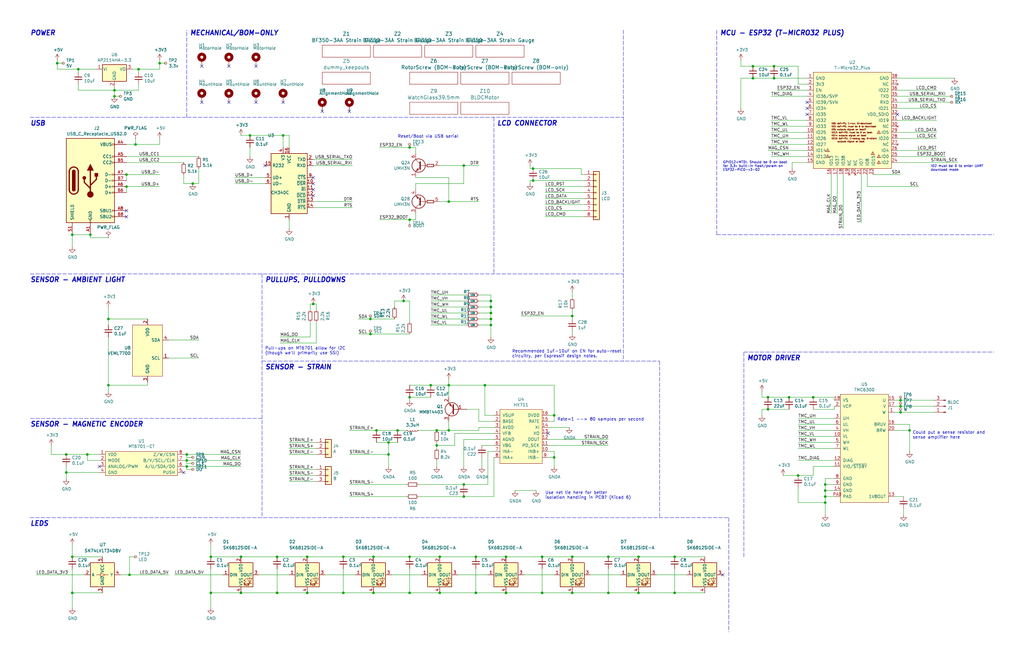
<source format=kicad_sch>
(kicad_sch (version 20211123) (generator eeschema)
  (paper "B")
  (title_block (title "SmartKnob View") (company "Scott Bezek"))
  (junction (at 379.73 173.99))
  (junction (at 195.58 204.47))
  (junction (at 233.68 175.26))
  (junction (at 347.98 209.55))
  (junction (at 129.54 250.19))
  (junction (at 157.48 234.95))
  (junction (at 33.02 29.21))
  (junction (at 119.38 57.15))
  (junction (at 163.83 191.77))
  (junction (at 200.66 234.95))
  (junction (at 156.21 134.62))
  (junction (at 30.48 99.06))
  (junction (at 24.13 26.67))
  (junction (at 105.41 57.15))
  (junction (at 269.24 234.95))
  (junction (at 256.54 250.19))
  (junction (at 256.54 234.95))
  (junction (at 347.98 204.47))
  (junction (at 172.72 250.19))
  (junction (at 144.78 250.19))
  (junction (at 200.66 250.19))
  (junction (at 347.98 207.01))
  (junction (at 189.23 181.61))
  (junction (at 88.9 234.95))
  (junction (at 323.85 172.72))
  (junction (at 30.48 250.19))
  (junction (at 78.74 194.31))
  (junction (at 323.85 167.64))
  (junction (at 101.6 234.95))
  (junction (at 379.73 171.45))
  (junction (at 185.42 250.19))
  (junction (at 30.48 234.95))
  (junction (at 347.98 212.09))
  (junction (at 241.3 250.19))
  (junction (at 116.84 250.19))
  (junction (at 207.01 129.54))
  (junction (at 53.34 78.74))
  (junction (at 170.18 127))
  (junction (at 383.54 181.61))
  (junction (at 189.23 162.56))
  (junction (at 158.75 181.61))
  (junction (at 116.84 234.95))
  (junction (at 379.73 168.91))
  (junction (at 213.36 234.95))
  (junction (at 181.61 162.56))
  (junction (at 54.61 242.57))
  (junction (at 45.72 134.62))
  (junction (at 228.6 250.19))
  (junction (at 172.72 62.23))
  (junction (at 207.01 127))
  (junction (at 45.72 162.56))
  (junction (at 213.36 250.19))
  (junction (at 78.74 191.77))
  (junction (at 185.42 234.95))
  (junction (at 163.83 186.69))
  (junction (at 332.74 167.64))
  (junction (at 172.72 92.71))
  (junction (at 269.24 250.19))
  (junction (at 207.01 132.08))
  (junction (at 195.58 69.85))
  (junction (at 184.15 187.96))
  (junction (at 284.48 250.19))
  (junction (at 342.9 167.64))
  (junction (at 88.9 250.19))
  (junction (at 81.28 77.47))
  (junction (at 189.23 85.09))
  (junction (at 317.5 27.94))
  (junction (at 48.26 40.64))
  (junction (at 241.3 234.95))
  (junction (at 207.01 134.62))
  (junction (at 207.01 137.16))
  (junction (at 36.83 191.77))
  (junction (at 57.15 60.96))
  (junction (at 27.94 199.39))
  (junction (at 53.34 73.66))
  (junction (at 58.42 29.21))
  (junction (at 172.72 234.95))
  (junction (at 224.79 71.12))
  (junction (at 224.79 76.2))
  (junction (at 129.54 234.95))
  (junction (at 172.72 167.64))
  (junction (at 156.21 140.97))
  (junction (at 167.64 181.61))
  (junction (at 317.5 33.02))
  (junction (at 48.26 38.1))
  (junction (at 67.31 26.67))
  (junction (at 27.94 191.77))
  (junction (at 132.08 128.27))
  (junction (at 157.48 250.19))
  (junction (at 336.55 200.66))
  (junction (at 326.39 27.94))
  (junction (at 195.58 209.55))
  (junction (at 144.78 234.95))
  (junction (at 241.3 133.35))
  (junction (at 101.6 250.19))
  (junction (at 284.48 234.95))
  (junction (at 228.6 234.95))
  (junction (at 184.15 181.61))
  (junction (at 38.1 99.06))
  (junction (at 233.68 193.04))
  (junction (at 204.47 162.56))
  (junction (at 326.39 33.02))
  (junction (at 78.74 196.85))
  (no_connect (at 85.09 43.18))
  (no_connect (at 119.38 43.18))
  (no_connect (at 231.14 182.88))
  (no_connect (at 96.52 27.94))
  (no_connect (at 41.91 196.85))
  (no_connect (at 132.08 74.93))
  (no_connect (at 147.32 46.99))
  (no_connect (at 111.76 69.85))
  (no_connect (at 135.89 46.99))
  (no_connect (at 77.47 199.39))
  (no_connect (at 53.34 91.44))
  (no_connect (at 53.34 88.9))
  (no_connect (at 340.36 43.18))
  (no_connect (at 132.08 80.01))
  (no_connect (at 304.8 242.57))
  (no_connect (at 340.36 45.72))
  (no_connect (at 107.95 27.94))
  (no_connect (at 340.36 48.26))
  (no_connect (at 378.46 48.26))
  (no_connect (at 132.08 82.55))
  (no_connect (at 96.52 43.18))
  (no_connect (at 132.08 77.47))
  (no_connect (at 85.09 27.94))
  (no_connect (at 107.95 43.18))
  (wire (pts (xy 36.83 194.31) (xy 36.83 191.77)))
  (wire (pts (xy 58.42 30.48) (xy 58.42 29.21)))
  (wire (pts (xy 213.36 250.19) (xy 228.6 250.19)))
  (wire (pts (xy 217.17 207.01) (xy 226.06 207.01)))
  (wire (pts (xy 58.42 29.21) (xy 67.31 29.21)))
  (wire (pts (xy 195.58 209.55) (xy 176.53 209.55)))
  (wire (pts (xy 130.81 130.81) (xy 130.81 128.27)))
  (wire (pts (xy 379.73 171.45) (xy 393.7 171.45)))
  (wire (pts (xy 77.47 196.85) (xy 78.74 196.85)))
  (wire (pts (xy 378.46 45.72) (xy 394.97 45.72)))
  (wire (pts (xy 195.58 204.47) (xy 205.74 204.47)))
  (wire (pts (xy 213.36 234.95) (xy 228.6 234.95)))
  (wire (pts (xy 312.42 33.02) (xy 312.42 45.72)))
  (wire (pts (xy 88.9 256.54) (xy 88.9 250.19)))
  (wire (pts (xy 330.2 200.66) (xy 336.55 200.66)))
  (wire (pts (xy 185.42 234.95) (xy 200.66 234.95)))
  (wire (pts (xy 276.86 242.57) (xy 289.56 242.57)))
  (wire (pts (xy 175.26 90.17) (xy 175.26 92.71)))
  (wire (pts (xy 223.52 69.85) (xy 223.52 71.12)))
  (wire (pts (xy 347.98 212.09) (xy 347.98 209.55)))
  (wire (pts (xy 24.13 25.4) (xy 24.13 26.67)))
  (wire (pts (xy 172.72 250.19) (xy 185.42 250.19)))
  (wire (pts (xy 38.1 99.06) (xy 38.1 100.33)))
  (wire (pts (xy 241.3 234.95) (xy 256.54 234.95)))
  (wire (pts (xy 176.53 181.61) (xy 184.15 181.61)))
  (wire (pts (xy 229.87 91.44) (xy 246.38 91.44)))
  (wire (pts (xy 351.79 167.64) (xy 342.9 167.64)))
  (wire (pts (xy 201.93 132.08) (xy 207.01 132.08)))
  (wire (pts (xy 53.34 73.66) (xy 53.34 76.2)))
  (wire (pts (xy 195.58 69.85) (xy 201.93 69.85)))
  (wire (pts (xy 132.08 85.09) (xy 148.59 85.09)))
  (wire (pts (xy 379.73 170.18) (xy 379.73 171.45)))
  (wire (pts (xy 383.54 179.07) (xy 383.54 181.61)))
  (wire (pts (xy 189.23 162.56) (xy 204.47 162.56)))
  (wire (pts (xy 323.85 167.64) (xy 332.74 167.64)))
  (wire (pts (xy 175.26 77.47) (xy 195.58 77.47)))
  (wire (pts (xy 246.38 88.9) (xy 229.87 88.9)))
  (wire (pts (xy 196.85 124.46) (xy 181.61 124.46)))
  (wire (pts (xy 50.8 40.64) (xy 48.26 40.64)))
  (wire (pts (xy 121.92 57.15) (xy 119.38 57.15)))
  (wire (pts (xy 144.78 240.03) (xy 144.78 250.19)))
  (wire (pts (xy 30.48 240.03) (xy 30.48 250.19)))
  (wire (pts (xy 105.41 57.15) (xy 119.38 57.15)))
  (wire (pts (xy 241.3 140.97) (xy 241.3 139.7)))
  (wire (pts (xy 231.14 180.34) (xy 240.03 180.34)))
  (wire (pts (xy 378.46 43.18) (xy 401.32 43.18)))
  (wire (pts (xy 38.1 100.33) (xy 45.72 100.33)))
  (wire (pts (xy 160.02 62.23) (xy 172.72 62.23)))
  (wire (pts (xy 340.36 53.34) (xy 325.12 53.34)))
  (wire (pts (xy 377.19 168.91) (xy 379.73 168.91)))
  (wire (pts (xy 340.36 66.04) (xy 325.12 66.04)))
  (wire (pts (xy 62.23 162.56) (xy 45.72 162.56)))
  (wire (pts (xy 54.61 242.57) (xy 71.12 242.57)))
  (wire (pts (xy 45.72 162.56) (xy 45.72 142.24)))
  (wire (pts (xy 189.23 181.61) (xy 201.93 181.61)))
  (wire (pts (xy 27.94 196.85) (xy 27.94 199.39)))
  (wire (pts (xy 185.42 69.85) (xy 195.58 69.85)))
  (wire (pts (xy 284.48 250.19) (xy 297.18 250.19)))
  (wire (pts (xy 224.79 76.2) (xy 246.38 76.2)))
  (wire (pts (xy 231.14 193.04) (xy 233.68 193.04)))
  (wire (pts (xy 101.6 234.95) (xy 116.84 234.95)))
  (wire (pts (xy 327.66 38.1) (xy 340.36 38.1)))
  (wire (pts (xy 219.71 133.35) (xy 241.3 133.35)))
  (wire (pts (xy 241.3 125.73) (xy 241.3 123.19)))
  (wire (pts (xy 233.68 177.8) (xy 233.68 175.26)))
  (wire (pts (xy 121.92 189.23) (xy 133.35 189.23)))
  (wire (pts (xy 351.79 168.91) (xy 351.79 167.64)))
  (wire (pts (xy 365.76 78.74) (xy 387.35 78.74)))
  (polyline (pts (xy 313.69 234.95) (xy 313.69 148.59)))
  (polyline (pts (xy 78.74 49.53) (xy 78.74 12.7)))
  (wire (pts (xy 185.42 250.19) (xy 200.66 250.19)))
  (wire (pts (xy 224.79 71.12) (xy 245.11 71.12)))
  (wire (pts (xy 121.92 203.2) (xy 133.35 203.2)))
  (wire (pts (xy 27.94 199.39) (xy 27.94 201.93)))
  (wire (pts (xy 394.97 50.8) (xy 378.46 50.8)))
  (wire (pts (xy 27.94 191.77) (xy 21.59 191.77)))
  (wire (pts (xy 58.42 29.21) (xy 55.88 29.21)))
  (wire (pts (xy 204.47 175.26) (xy 208.28 175.26)))
  (wire (pts (xy 207.01 132.08) (xy 207.01 134.62)))
  (wire (pts (xy 228.6 250.19) (xy 241.3 250.19)))
  (wire (pts (xy 78.74 194.31) (xy 101.6 194.31)))
  (wire (pts (xy 137.16 242.57) (xy 149.86 242.57)))
  (wire (pts (xy 379.73 172.72) (xy 379.73 173.99)))
  (wire (pts (xy 156.21 133.35) (xy 156.21 134.62)))
  (wire (pts (xy 241.3 250.19) (xy 256.54 250.19)))
  (wire (pts (xy 45.72 134.62) (xy 45.72 129.54)))
  (wire (pts (xy 195.58 185.42) (xy 195.58 196.85)))
  (wire (pts (xy 105.41 62.23) (xy 105.41 66.04)))
  (wire (pts (xy 81.28 77.47) (xy 83.82 77.47)))
  (wire (pts (xy 201.93 134.62) (xy 207.01 134.62)))
  (wire (pts (xy 48.26 38.1) (xy 48.26 40.64)))
  (wire (pts (xy 189.23 162.56) (xy 189.23 160.02)))
  (wire (pts (xy 321.31 172.72) (xy 323.85 172.72)))
  (wire (pts (xy 245.11 71.12) (xy 245.11 73.66)))
  (wire (pts (xy 351.79 181.61) (xy 336.55 181.61)))
  (wire (pts (xy 269.24 250.19) (xy 284.48 250.19)))
  (wire (pts (xy 353.06 73.66) (xy 353.06 90.17)))
  (wire (pts (xy 394.97 38.1) (xy 378.46 38.1)))
  (wire (pts (xy 147.32 181.61) (xy 158.75 181.61)))
  (wire (pts (xy 207.01 127) (xy 201.93 127)))
  (wire (pts (xy 118.11 144.78) (xy 133.35 144.78)))
  (polyline (pts (xy 12.7 49.53) (xy 262.89 49.53)))
  (wire (pts (xy 57.15 58.42) (xy 57.15 60.96)))
  (wire (pts (xy 379.73 173.99) (xy 393.7 173.99)))
  (wire (pts (xy 53.34 60.96) (xy 57.15 60.96)))
  (wire (pts (xy 147.32 209.55) (xy 171.45 209.55)))
  (wire (pts (xy 129.54 234.95) (xy 144.78 234.95)))
  (wire (pts (xy 200.66 234.95) (xy 213.36 234.95)))
  (wire (pts (xy 172.72 168.91) (xy 172.72 167.64)))
  (wire (pts (xy 48.26 36.83) (xy 48.26 38.1)))
  (wire (pts (xy 132.08 69.85) (xy 148.59 69.85)))
  (wire (pts (xy 228.6 234.95) (xy 241.3 234.95)))
  (wire (pts (xy 196.85 132.08) (xy 181.61 132.08)))
  (wire (pts (xy 351.79 186.69) (xy 336.55 186.69)))
  (wire (pts (xy 205.74 190.5) (xy 205.74 204.47)))
  (wire (pts (xy 321.31 172.72) (xy 321.31 175.26)))
  (wire (pts (xy 67.31 25.4) (xy 67.31 26.67)))
  (wire (pts (xy 340.36 50.8) (xy 325.12 50.8)))
  (wire (pts (xy 45.72 165.1) (xy 45.72 162.56)))
  (wire (pts (xy 109.22 242.57) (xy 121.92 242.57)))
  (wire (pts (xy 77.47 77.47) (xy 81.28 77.47)))
  (wire (pts (xy 121.92 200.66) (xy 133.35 200.66)))
  (wire (pts (xy 166.37 127) (xy 170.18 127)))
  (wire (pts (xy 53.34 78.74) (xy 67.31 78.74)))
  (polyline (pts (xy 302.26 99.06) (xy 419.1 99.06)))
  (wire (pts (xy 246.38 83.82) (xy 229.87 83.82)))
  (polyline (pts (xy 278.13 152.4) (xy 278.13 218.44)))
  (wire (pts (xy 189.23 85.09) (xy 201.93 85.09)))
  (wire (pts (xy 181.61 162.56) (xy 189.23 162.56)))
  (wire (pts (xy 88.9 240.03) (xy 88.9 250.19)))
  (polyline (pts (xy 262.89 12.7) (xy 262.89 152.4)))
  (wire (pts (xy 172.72 162.56) (xy 181.61 162.56)))
  (wire (pts (xy 208.28 185.42) (xy 195.58 185.42)))
  (wire (pts (xy 101.6 250.19) (xy 116.84 250.19)))
  (wire (pts (xy 99.06 77.47) (xy 111.76 77.47)))
  (wire (pts (xy 172.72 95.25) (xy 172.72 92.71)))
  (wire (pts (xy 27.94 199.39) (xy 41.91 199.39)))
  (wire (pts (xy 355.6 73.66) (xy 355.6 96.52)))
  (wire (pts (xy 193.04 242.57) (xy 205.74 242.57)))
  (wire (pts (xy 33.02 30.48) (xy 33.02 29.21)))
  (wire (pts (xy 156.21 140.97) (xy 172.72 140.97)))
  (wire (pts (xy 228.6 240.03) (xy 228.6 250.19)))
  (wire (pts (xy 163.83 186.69) (xy 163.83 191.77)))
  (wire (pts (xy 121.92 96.52) (xy 121.92 92.71)))
  (wire (pts (xy 351.79 184.15) (xy 336.55 184.15)))
  (wire (pts (xy 220.98 242.57) (xy 233.68 242.57)))
  (wire (pts (xy 347.98 207.01) (xy 351.79 207.01)))
  (wire (pts (xy 175.26 80.01) (xy 175.26 77.47)))
  (wire (pts (xy 365.76 78.74) (xy 365.76 73.66)))
  (wire (pts (xy 21.59 191.77) (xy 21.59 187.96)))
  (wire (pts (xy 116.84 234.95) (xy 129.54 234.95)))
  (wire (pts (xy 30.48 250.19) (xy 43.18 250.19)))
  (wire (pts (xy 111.76 74.93) (xy 99.06 74.93)))
  (wire (pts (xy 379.73 173.99) (xy 377.19 173.99)))
  (wire (pts (xy 176.53 204.47) (xy 195.58 204.47)))
  (wire (pts (xy 351.79 172.72) (xy 351.79 171.45)))
  (wire (pts (xy 207.01 124.46) (xy 207.01 127)))
  (wire (pts (xy 71.12 143.51) (xy 83.82 143.51)))
  (wire (pts (xy 256.54 234.95) (xy 269.24 234.95)))
  (wire (pts (xy 196.85 129.54) (xy 181.61 129.54)))
  (wire (pts (xy 381 214.63) (xy 381 217.17)))
  (wire (pts (xy 336.55 212.09) (xy 347.98 212.09)))
  (wire (pts (xy 191.77 187.96) (xy 191.77 182.88)))
  (wire (pts (xy 378.46 63.5) (xy 394.97 63.5)))
  (wire (pts (xy 363.22 93.98) (xy 363.22 73.66)))
  (wire (pts (xy 167.64 181.61) (xy 171.45 181.61)))
  (wire (pts (xy 195.58 209.55) (xy 208.28 209.55)))
  (wire (pts (xy 334.01 71.12) (xy 334.01 68.58)))
  (wire (pts (xy 67.31 58.42) (xy 67.31 60.96)))
  (wire (pts (xy 166.37 129.54) (xy 166.37 127)))
  (wire (pts (xy 58.42 35.56) (xy 58.42 38.1)))
  (wire (pts (xy 30.48 234.95) (xy 43.18 234.95)))
  (wire (pts (xy 207.01 137.16) (xy 207.01 142.24)))
  (wire (pts (xy 184.15 186.69) (xy 184.15 187.96)))
  (wire (pts (xy 379.73 167.64) (xy 379.73 168.91)))
  (wire (pts (xy 185.42 85.09) (xy 189.23 85.09)))
  (wire (pts (xy 133.35 135.89) (xy 133.35 144.78)))
  (wire (pts (xy 233.68 190.5) (xy 233.68 193.04)))
  (wire (pts (xy 144.78 234.95) (xy 157.48 234.95)))
  (wire (pts (xy 30.48 256.54) (xy 30.48 250.19)))
  (wire (pts (xy 53.34 66.04) (xy 83.82 66.04)))
  (wire (pts (xy 201.93 177.8) (xy 208.28 177.8)))
  (wire (pts (xy 207.01 134.62) (xy 207.01 137.16)))
  (wire (pts (xy 172.72 234.95) (xy 185.42 234.95)))
  (wire (pts (xy 368.3 73.66) (xy 379.73 73.66)))
  (wire (pts (xy 334.01 68.58) (xy 340.36 68.58)))
  (wire (pts (xy 189.23 177.8) (xy 189.23 181.61)))
  (wire (pts (xy 241.3 133.35) (xy 241.3 130.81)))
  (wire (pts (xy 201.93 124.46) (xy 207.01 124.46)))
  (wire (pts (xy 121.92 186.69) (xy 133.35 186.69)))
  (polyline (pts (xy 208.28 49.53) (xy 208.28 115.57)))
  (wire (pts (xy 30.48 99.06) (xy 30.48 104.14)))
  (wire (pts (xy 231.14 185.42) (xy 256.54 185.42)))
  (wire (pts (xy 312.42 27.94) (xy 312.42 25.4)))
  (wire (pts (xy 248.92 242.57) (xy 261.62 242.57)))
  (wire (pts (xy 83.82 151.13) (xy 71.12 151.13)))
  (wire (pts (xy 201.93 180.34) (xy 208.28 180.34)))
  (wire (pts (xy 83.82 77.47) (xy 83.82 71.12)))
  (wire (pts (xy 129.54 250.19) (xy 144.78 250.19)))
  (wire (pts (xy 172.72 60.96) (xy 172.72 62.23)))
  (wire (pts (xy 175.26 92.71) (xy 172.72 92.71)))
  (wire (pts (xy 62.23 161.29) (xy 62.23 162.56)))
  (polyline (pts (xy 110.49 152.4) (xy 278.13 152.4)))
  (wire (pts (xy 33.02 35.56) (xy 33.02 38.1)))
  (wire (pts (xy 158.75 186.69) (xy 163.83 186.69)))
  (polyline (pts (xy 12.7 115.57) (xy 262.89 115.57)))
  (wire (pts (xy 201.93 129.54) (xy 207.01 129.54)))
  (wire (pts (xy 30.48 229.87) (xy 30.48 234.95)))
  (wire (pts (xy 121.92 191.77) (xy 133.35 191.77)))
  (wire (pts (xy 133.35 128.27) (xy 133.35 130.81)))
  (wire (pts (xy 78.74 198.12) (xy 78.74 196.85)))
  (wire (pts (xy 207.01 127) (xy 207.01 129.54)))
  (wire (pts (xy 53.34 78.74) (xy 53.34 81.28)))
  (wire (pts (xy 347.98 207.01) (xy 347.98 204.47)))
  (wire (pts (xy 81.28 195.58) (xy 78.74 195.58)))
  (wire (pts (xy 184.15 196.85) (xy 184.15 194.31)))
  (wire (pts (xy 121.92 62.23) (xy 121.92 57.15)))
  (wire (pts (xy 172.72 92.71) (xy 160.02 92.71)))
  (wire (pts (xy 223.52 76.2) (xy 223.52 77.47)))
  (wire (pts (xy 41.91 194.31) (xy 36.83 194.31)))
  (wire (pts (xy 88.9 250.19) (xy 101.6 250.19)))
  (wire (pts (xy 340.36 40.64) (xy 325.12 40.64)))
  (wire (pts (xy 196.85 172.72) (xy 201.93 172.72)))
  (wire (pts (xy 158.75 181.61) (xy 167.64 181.61)))
  (wire (pts (xy 347.98 217.17) (xy 347.98 212.09)))
  (wire (pts (xy 231.14 177.8) (xy 233.68 177.8)))
  (wire (pts (xy 233.68 175.26) (xy 231.14 175.26)))
  (wire (pts (xy 45.72 134.62) (xy 62.23 134.62)))
  (wire (pts (xy 347.98 204.47) (xy 347.98 201.93)))
  (wire (pts (xy 201.93 181.61) (xy 201.93 180.34)))
  (wire (pts (xy 196.85 134.62) (xy 181.61 134.62)))
  (wire (pts (xy 33.02 38.1) (xy 48.26 38.1)))
  (wire (pts (xy 116.84 250.19) (xy 129.54 250.19)))
  (wire (pts (xy 172.72 240.03) (xy 172.72 250.19)))
  (wire (pts (xy 67.31 26.67) (xy 67.31 29.21)))
  (wire (pts (xy 246.38 73.66) (xy 245.11 73.66)))
  (wire (pts (xy 33.02 29.21) (xy 24.13 29.21)))
  (wire (pts (xy 340.36 58.42) (xy 325.12 58.42)))
  (wire (pts (xy 36.83 191.77) (xy 41.91 191.77)))
  (wire (pts (xy 351.79 196.85) (xy 342.9 196.85)))
  (wire (pts (xy 326.39 27.94) (xy 317.5 27.94)))
  (wire (pts (xy 201.93 137.16) (xy 207.01 137.16)))
  (wire (pts (xy 157.48 234.95) (xy 172.72 234.95)))
  (wire (pts (xy 195.58 77.47) (xy 195.58 69.85)))
  (wire (pts (xy 189.23 74.93) (xy 189.23 85.09)))
  (wire (pts (xy 256.54 250.19) (xy 269.24 250.19)))
  (wire (pts (xy 340.36 60.96) (xy 325.12 60.96)))
  (polyline (pts (xy 110.49 115.57) (xy 110.49 218.44)))
  (wire (pts (xy 377.19 179.07) (xy 383.54 179.07)))
  (wire (pts (xy 340.36 33.02) (xy 326.39 33.02)))
  (wire (pts (xy 332.74 172.72) (xy 323.85 172.72)))
  (wire (pts (xy 116.84 240.03) (xy 116.84 250.19)))
  (wire (pts (xy 171.45 204.47) (xy 147.32 204.47)))
  (wire (pts (xy 379.73 168.91) (xy 393.7 168.91)))
  (wire (pts (xy 378.46 66.04) (xy 398.78 66.04)))
  (wire (pts (xy 157.48 250.19) (xy 172.72 250.19)))
  (wire (pts (xy 57.15 234.95) (xy 54.61 234.95)))
  (wire (pts (xy 203.2 187.96) (xy 208.28 187.96)))
  (wire (pts (xy 336.55 200.66) (xy 342.9 200.66)))
  (wire (pts (xy 57.15 60.96) (xy 67.31 60.96)))
  (wire (pts (xy 73.66 242.57) (xy 93.98 242.57)))
  (wire (pts (xy 340.36 55.88) (xy 325.12 55.88)))
  (wire (pts (xy 53.34 73.66) (xy 67.31 73.66)))
  (wire (pts (xy 163.83 186.69) (xy 167.64 186.69)))
  (wire (pts (xy 340.36 35.56) (xy 336.55 35.56)))
  (wire (pts (xy 132.08 67.31) (xy 148.59 67.31)))
  (wire (pts (xy 181.61 167.64) (xy 172.72 167.64)))
  (wire (pts (xy 48.26 38.1) (xy 58.42 38.1)))
  (wire (pts (xy 336.55 205.74) (xy 336.55 212.09)))
  (wire (pts (xy 119.38 57.15) (xy 119.38 62.23)))
  (wire (pts (xy 77.47 194.31) (xy 78.74 194.31)))
  (wire (pts (xy 15.24 242.57) (xy 35.56 242.57)))
  (wire (pts (xy 229.87 81.28) (xy 246.38 81.28)))
  (wire (pts (xy 233.68 193.04) (xy 233.68 196.85)))
  (wire (pts (xy 342.9 172.72) (xy 351.79 172.72)))
  (wire (pts (xy 233.68 162.56) (xy 233.68 175.26)))
  (wire (pts (xy 172.72 62.23) (xy 175.26 62.23)))
  (wire (pts (xy 156.21 134.62) (xy 166.37 134.62)))
  (wire (pts (xy 321.31 167.64) (xy 323.85 167.64)))
  (wire (pts (xy 24.13 26.67) (xy 24.13 29.21)))
  (wire (pts (xy 130.81 135.89) (xy 130.81 142.24)))
  (wire (pts (xy 342.9 167.64) (xy 332.74 167.64)))
  (wire (pts (xy 53.34 68.58) (xy 77.47 68.58)))
  (wire (pts (xy 189.23 162.56) (xy 189.23 167.64)))
  (wire (pts (xy 347.98 209.55) (xy 347.98 207.01)))
  (wire (pts (xy 312.42 33.02) (xy 317.5 33.02)))
  (wire (pts (xy 50.8 242.57) (xy 54.61 242.57)))
  (wire (pts (xy 336.55 27.94) (xy 326.39 27.94)))
  (wire (pts (xy 223.52 71.12) (xy 224.79 71.12)))
  (wire (pts (xy 172.72 127) (xy 172.72 135.89)))
  (wire (pts (xy 165.1 242.57) (xy 177.8 242.57)))
  (wire (pts (xy 200.66 250.19) (xy 213.36 250.19)))
  (wire (pts (xy 317.5 27.94) (xy 312.42 27.94)))
  (wire (pts (xy 256.54 240.03) (xy 256.54 250.19)))
  (wire (pts (xy 203.2 193.04) (xy 203.2 196.85)))
  (wire (pts (xy 26.67 26.67) (xy 24.13 26.67)))
  (wire (pts (xy 378.46 55.88) (xy 394.97 55.88)))
  (wire (pts (xy 204.47 162.56) (xy 204.47 175.26)))
  (wire (pts (xy 201.93 172.72) (xy 201.93 177.8)))
  (wire (pts (xy 170.18 127) (xy 172.72 127)))
  (wire (pts (xy 175.26 74.93) (xy 189.23 74.93)))
  (wire (pts (xy 351.79 204.47) (xy 347.98 204.47)))
  (wire (pts (xy 351.79 209.55) (xy 347.98 209.55)))
  (wire (pts (xy 81.28 198.12) (xy 78.74 198.12)))
  (polyline (pts (xy 307.34 218.44) (xy 307.34 266.7)))
  (wire (pts (xy 231.14 190.5) (xy 233.68 190.5)))
  (wire (pts (xy 223.52 76.2) (xy 224.79 76.2)))
  (wire (pts (xy 77.47 73.66) (xy 77.47 77.47)))
  (wire (pts (xy 196.85 127) (xy 181.61 127)))
  (wire (pts (xy 351.79 194.31) (xy 336.55 194.31)))
  (wire (pts (xy 340.36 63.5) (xy 323.85 63.5)))
  (wire (pts (xy 231.14 187.96) (xy 256.54 187.96)))
  (wire (pts (xy 342.9 200.66) (xy 342.9 196.85)))
  (wire (pts (xy 378.46 68.58) (xy 403.86 68.58)))
  (wire (pts (xy 200.66 240.03) (xy 200.66 250.19)))
  (wire (pts (xy 351.79 179.07) (xy 336.55 179.07)))
  (wire (pts (xy 163.83 191.77) (xy 163.83 196.85)))
  (wire (pts (xy 321.31 165.1) (xy 321.31 167.64)))
  (wire (pts (xy 151.13 134.62) (xy 156.21 134.62)))
  (wire (pts (xy 151.13 140.97) (xy 156.21 140.97)))
  (wire (pts (xy 196.85 137.16) (xy 181.61 137.16)))
  (wire (pts (xy 208.28 190.5) (xy 205.74 190.5)))
  (wire (pts (xy 204.47 162.56) (xy 233.68 162.56)))
  (wire (pts (xy 377.19 209.55) (xy 381 209.55)))
  (wire (pts (xy 184.15 187.96) (xy 191.77 187.96)))
  (wire (pts (xy 394.97 58.42) (xy 378.46 58.42)))
  (wire (pts (xy 77.47 191.77) (xy 78.74 191.77)))
  (wire (pts (xy 347.98 201.93) (xy 351.79 201.93)))
  (polyline (pts (xy 302.26 99.06) (xy 302.26 12.7)))
  (wire (pts (xy 88.9 234.95) (xy 101.6 234.95)))
  (wire (pts (xy 191.77 182.88) (xy 208.28 182.88)))
  (wire (pts (xy 40.64 29.21) (xy 33.02 29.21)))
  (wire (pts (xy 78.74 195.58) (xy 78.74 194.31)))
  (wire (pts (xy 284.48 240.03) (xy 284.48 250.19)))
  (wire (pts (xy 156.21 139.7) (xy 156.21 140.97)))
  (wire (pts (xy 184.15 189.23) (xy 184.15 187.96)))
  (wire (pts (xy 269.24 234.95) (xy 284.48 234.95)))
  (wire (pts (xy 121.92 198.12) (xy 133.35 198.12)))
  (polyline (pts (xy 12.7 218.44) (xy 307.34 218.44)))
  (wire (pts (xy 38.1 99.06) (xy 30.48 99.06)))
  (wire (pts (xy 78.74 193.04) (xy 78.74 191.77)))
  (wire (pts (xy 45.72 137.16) (xy 45.72 134.62)))
  (wire (pts (xy 326.39 33.02) (xy 317.5 33.02)))
  (wire (pts (xy 284.48 234.95) (xy 297.18 234.95)))
  (wire (pts (xy 350.52 73.66) (xy 350.52 90.17)))
  (polyline (pts (xy 110.49 176.53) (xy 12.7 176.53)))
  (wire (pts (xy 377.19 181.61) (xy 383.54 181.61)))
  (wire (pts (xy 207.01 129.54) (xy 207.01 132.08)))
  (wire (pts (xy 241.3 134.62) (xy 241.3 133.35)))
  (wire (pts (xy 208.28 193.04) (xy 208.28 209.55)))
  (wire (pts (xy 88.9 229.87) (xy 88.9 234.95)))
  (wire (pts (xy 132.08 128.27) (xy 133.35 128.27)))
  (wire (pts (xy 229.87 86.36) (xy 246.38 86.36)))
  (wire (pts (xy 78.74 196.85) (xy 101.6 196.85)))
  (wire (pts (xy 132.08 87.63) (xy 148.59 87.63)))
  (wire (pts (xy 54.61 234.95) (xy 54.61 242.57)))
  (wire (pts (xy 144.78 250.19) (xy 157.48 250.19)))
  (polyline (pts (xy 313.69 148.59) (xy 419.1 148.59)))
  (wire (pts (xy 246.38 78.74) (xy 229.87 78.74)))
  (wire (pts (xy 175.26 62.23) (xy 175.26 64.77)))
  (wire (pts (xy 78.74 191.77) (xy 101.6 191.77)))
  (wire (pts (xy 378.46 33.02) (xy 402.59 33.02)))
  (wire (pts (xy 36.83 191.77) (xy 27.94 191.77)))
  (wire (pts (xy 378.46 40.64) (xy 401.32 40.64)))
  (wire (pts (xy 184.15 181.61) (xy 189.23 181.61)))
  (wire (pts (xy 351.79 189.23) (xy 336.55 189.23)))
  (wire (pts (xy 147.32 191.77) (xy 163.83 191.77)))
  (wire (pts (xy 377.19 171.45) (xy 379.73 171.45)))
  (wire (pts (xy 130.81 128.27) (xy 132.08 128.27)))
  (wire (pts (xy 336.55 35.56) (xy 336.55 27.94)))
  (wire (pts (xy 383.54 181.61) (xy 383.54 190.5)))
  (wire (pts (xy 69.85 26.67) (xy 67.31 26.67)))
  (wire (pts (xy 118.11 142.24) (xy 130.81 142.24)))
  (wire (pts (xy 101.6 57.15) (xy 105.41 57.15)))
  (wire (pts (xy 81.28 193.04) (xy 78.74 193.04)))
  (wire (pts (xy 351.79 176.53) (xy 336.55 176.53)))
  (text "Pull-ups on MT6701 allow for I2C\n(though we'll primarily use SSI)" (at 111.76 149.86 0) (effects (font (size 1.27 1.27)) (justify left bottom)))
  (text "Rate=1 --> 80 samples per second" (at 234.95 177.8 0) (effects (font (size 1.27 1.27)) (justify left bottom)))
  (text "Reset/Boot via USB serial" (at 167.64 58.42 0) (effects (font (size 1.27 1.27)) (justify left bottom)))
  (text "PULLUPS, PULLDOWNS" (at 111.76 119.38 0) (effects (font (size 2.0066 2.0066) (thickness 0.4013) bold italic) (justify left bottom)))
  (text "SENSOR - AMBIENT LIGHT" (at 12.7 119.38 0) (effects (font (size 2.0066 2.0066) (thickness 0.4013) bold italic) (justify left bottom)))
  (text "MCU - ESP32 (T-MICRO32 PLUS)" (at 303.53 15.24 0) (effects (font (size 2.0066 2.0066) (thickness 0.4013) bold italic) (justify left bottom)))
  (text "MOTOR DRIVER" (at 314.96 152.4 0) (effects (font (size 2.0066 2.0066) (thickness 0.4013) bold italic) (justify left bottom)))
  (text "SENSOR - STRAIN" (at 111.76 156.21 0) (effects (font (size 2.0066 2.0066) (thickness 0.4013) bold italic) (justify left bottom)))
  (text "LEDS" (at 12.7 222.25 0) (effects (font (size 2.0066 2.0066) (thickness 0.4013) bold italic) (justify left bottom)))
  (text "POWER" (at 12.7 15.24 0) (effects (font (size 2.0066 2.0066) (thickness 0.4013) bold italic) (justify left bottom)))
  (text "SENSOR - MAGNETIC ENCODER" (at 12.7 180.34 0) (effects (font (size 2.0066 2.0066) (thickness 0.4013) bold italic) (justify left bottom)))
  (text "USB" (at 12.7 53.34 0) (effects (font (size 2.0066 2.0066) (thickness 0.4013) bold italic) (justify left bottom)))
  (text "IO2 must be 0 to enter UART\ndownload mode" (at 392.43 72.39 0) (effects (font (size 0.9906 0.9906)) (justify left bottom)))
  (text "Recommended 1uF-10uF on EN for auto-reset\ncircuitry, per Espressif design notes." (at 215.9 151.13 0) (effects (font (size 1.27 1.27)) (justify left bottom)))
  (text "MECHANICAL/BOM-ONLY" (at 80.01 15.24 0) (effects (font (size 2.0066 2.0066) (thickness 0.4013) bold italic) (justify left bottom)))
  (text "GPIO12=MTDI. Should be 0 on boot\nfor 3.3v built-in flash/psram on\nESP32-PICO-v3-02" (at 304.8 72.39 0) (effects (font (size 0.9906 0.9906)) (justify left bottom)))
  (text "LCD CONNECTOR" (at 209.55 53.34 0) (effects (font (size 2.0066 2.0066) (thickness 0.4013) bold italic) (justify left bottom)))
  (text "Use net tie here for better\nisolation handling in PCB? (Kicad 6)" (at 229.87 210.82 0) (effects (font (size 1.27 1.27)) (justify left bottom)))
  (text "Could put a sense resistor and\nsense amplifier here" (at 384.81 185.42 0) (effects (font (size 1.27 1.27)) (justify left bottom)))
  (label "TMC_WH" (at 181.61 129.54 0))
  (label "STRAIN_E+" (at 147.32 181.61 0))
  (label "RTS" (at 148.59 87.63 180))
  (label "MAG_CLK" (at 350.52 90.17 90))
  (label "SCL" (at 151.13 140.97 0))
  (label "LCD_SCK" (at 229.87 81.28 0))
  (label "MAG_DO" (at 353.06 90.17 90))
  (label "LCD_CMD" (at 394.97 38.1 180))
  (label "TMC_UL" (at 181.61 132.08 0))
  (label "STRAIN_E-" (at 147.32 191.77 0))
  (label "SDA" (at 83.82 143.51 180))
  (label "USB_D+" (at 99.06 74.93 0))
  (label "STRAIN_SCK" (at 403.86 68.58 180))
  (label "LCD_BACKLIGHT" (at 229.87 86.36 0))
  (label "TMC_VH" (at 336.55 181.61 0))
  (label "USB_D+" (at 67.31 78.74 180))
  (label "TMC_UL" (at 336.55 179.07 0))
  (label "LCD_CMD" (at 229.87 91.44 0))
  (label "STRAIN_S+" (at 147.32 209.55 0))
  (label "LCD_DATA" (at 229.87 83.82 0))
  (label "USB_CC2" (at 67.31 68.58 180))
  (label "TMC_VL" (at 325.12 50.8 0))
  (label "TMC_WL" (at 181.61 134.62 0))
  (label "MAG_CLK" (at 101.6 194.31 180))
  (label "LCD_SCK" (at 394.97 58.42 180))
  (label "TMC_UH" (at 325.12 58.42 0))
  (label "USB_SERIAL_TXO" (at 148.59 67.31 180))
  (label "TMC_WH" (at 325.12 66.04 0))
  (label "MAG_CLK" (at 118.11 144.78 0))
  (label "STRAIN_E-" (at 121.92 191.77 0))
  (label "TMC_WL" (at 336.55 189.23 0))
  (label "TMC_WL" (at 325.12 53.34 0))
  (label "USB_CC1" (at 67.31 66.04 180))
  (label "STRAIN_E+" (at 121.92 186.69 0))
  (label "DTR" (at 201.93 69.85 180))
  (label "STRAIN_S-" (at 121.92 200.66 0))
  (label "LCD_RST" (at 394.97 63.5 180))
  (label "MAG_CSN" (at 101.6 191.77 180))
  (label "TMC_DIAG" (at 325.12 40.64 0))
  (label "USB_SERIAL_RXI" (at 398.78 40.64 180))
  (label "STRAIN_DO" (at 256.54 185.42 180))
  (label "TMC_UL" (at 325.12 55.88 0))
  (label "TMC_WH" (at 336.55 186.69 0))
  (label "TMC_UH" (at 181.61 124.46 0))
  (label "TMC_VH" (at 181.61 127 0))
  (label "ESP32_EN" (at 219.71 133.35 0))
  (label "USB_D-" (at 99.06 77.47 0))
  (label "USB_SERIAL_RXI" (at 148.59 69.85 180))
  (label "LCD_CS" (at 229.87 88.9 0))
  (label "ESP32_EN" (at 327.66 38.1 0))
  (label "USB_SERIAL_TXO" (at 398.78 43.18 180))
  (label "TMC_DIAG" (at 336.55 194.31 0))
  (label "RTS" (at 201.93 85.09 180))
  (label "MAG_DO" (at 118.11 142.24 0))
  (label "STRAIN_SCK" (at 256.54 187.96 180))
  (label "LED_DATA_5V" (at 71.12 242.57 180))
  (label "TMC_UH" (at 336.55 176.53 0))
  (label "MAG_CSN" (at 323.85 63.5 0))
  (label "SCL" (at 83.82 151.13 180))
  (label "STRAIN_E+" (at 121.92 198.12 0))
  (label "LCD_RST" (at 229.87 78.74 0))
  (label "TMC_VL" (at 336.55 184.15 0))
  (label "ESP32_BOOT" (at 160.02 92.71 0))
  (label "LCD_DATA" (at 394.97 55.88 180))
  (label "MAG_DO" (at 101.6 196.85 180))
  (label "STRAIN_S+" (at 121.92 189.23 0))
  (label "LED_DATA_3V3" (at 363.22 93.98 90))
  (label "LED_DATA_5V" (at 73.66 242.57 0))
  (label "ESP32_BOOT" (at 398.78 66.04 180))
  (label "STRAIN_DO" (at 355.6 96.52 90))
  (label "SDA" (at 151.13 134.62 0))
  (label "SDA" (at 379.73 73.66 180))
  (label "STRAIN_E-" (at 121.92 203.2 0))
  (label "USB_D-" (at 67.31 73.66 180))
  (label "SCL" (at 387.35 78.74 180))
  (label "DTR" (at 148.59 85.09 180))
  (label "LCD_BACKLIGHT" (at 394.97 50.8 180))
  (label "TMC_VL" (at 181.61 137.16 0))
  (label "STRAIN_S-" (at 147.32 204.47 0))
  (label "LCD_CS" (at 394.97 45.72 180))
  (label "TMC_VH" (at 325.12 60.96 0))
  (label "ESP32_EN" (at 160.02 62.23 0))
  (label "LED_DATA_3V3" (at 15.24 242.57 0))
  (symbol (lib_id "MagnTek:MT6701-CT") (at 58.42 195.58 0) (unit 1)
    (property "Reference" "U1" (at 59.69 186.055 0))
    (property "Value" "MT6701-CT" (at 59.69 188.3664 0))
    (property "Footprint" "Package_SO:SOIC-8_3.9x4.9mm_P1.27mm" (effects hide))
    (property "LCSC" "C2856764" (effects hide))
    (property "Digikey" "N/A" (effects hide))
    (property "Mouser" "N/A" (effects hide))
  )
  (symbol (lib_id "SK6812:SK6812SIDE-A") (at 101.6 242.57 0) (unit 1)
    (property "Reference" "D1" (at 93.98 228.6 0) (effects (justify left)))
    (property "Value" "SK6812SIDE-A" (at 93.98 231.14 0) (effects (justify left)))
    (property "Footprint" "sk6812:SK6812-SIDE-A" (effects hide))
    (property "AliExpress" "https://www.aliexpress.com/item/10000009330139.html" (effects hide))
    (property "Digikey" "1528-4691-ND" (effects hide))
    (property "Mouser" "485-4691" (effects hide))
    (property "LCSC" "C2890037" (effects hide))
  )
  (symbol (lib_id "Device:C_Small") (at 88.9 237.49 0) (unit 1)
    (property "Reference" "C1" (at 91.2368 236.3216 0) (effects (justify left)))
    (property "Value" "0.1uF" (at 91.2368 238.633 0) (effects (justify left)))
    (property "Footprint" "Capacitor_SMD:C_0603_1608Metric" (effects hide))
    (property "LCSC" "C1591" (effects hide))
    (property "Digikey" "1276-1935-1-ND" (effects hide))
    (property "Mouser" "187-CL10B104KB8NNWC" (effects hide))
  )
  (symbol (lib_id "SK6812:SK6812SIDE-A") (at 129.54 242.57 0) (unit 1)
    (property "Reference" "D2" (at 121.92 228.6 0) (effects (justify left)))
    (property "Value" "SK6812SIDE-A" (at 121.92 231.14 0) (effects (justify left)))
    (property "Footprint" "sk6812:SK6812-SIDE-A" (effects hide))
    (property "AliExpress" "https://www.aliexpress.com/item/10000009330139.html" (effects hide))
    (property "Digikey" "1528-4691-ND" (effects hide))
    (property "Mouser" "485-4691" (effects hide))
    (property "LCSC" "C2890037" (effects hide))
  )
  (symbol (lib_id "Device:C_Small") (at 116.84 237.49 0) (unit 1)
    (property "Reference" "C2" (at 119.1768 236.3216 0) (effects (justify left)))
    (property "Value" "0.1uF" (at 119.1768 238.633 0) (effects (justify left)))
    (property "Footprint" "Capacitor_SMD:C_0603_1608Metric" (effects hide))
    (property "LCSC" "C1591" (effects hide))
    (property "Digikey" "1276-1935-1-ND" (effects hide))
    (property "Mouser" "187-CL10B104KB8NNWC" (effects hide))
  )
  (symbol (lib_id "SK6812:SK6812SIDE-A") (at 157.48 242.57 0) (unit 1)
    (property "Reference" "D3" (at 149.86 228.6 0) (effects (justify left)))
    (property "Value" "SK6812SIDE-A" (at 149.86 231.14 0) (effects (justify left)))
    (property "Footprint" "sk6812:SK6812-SIDE-A" (effects hide))
    (property "AliExpress" "https://www.aliexpress.com/item/10000009330139.html" (effects hide))
    (property "Digikey" "1528-4691-ND" (effects hide))
    (property "Mouser" "485-4691" (effects hide))
    (property "LCSC" "C2890037" (effects hide))
  )
  (symbol (lib_id "Device:C_Small") (at 144.78 237.49 0) (unit 1)
    (property "Reference" "C3" (at 147.1168 236.3216 0) (effects (justify left)))
    (property "Value" "0.1uF" (at 147.1168 238.633 0) (effects (justify left)))
    (property "Footprint" "Capacitor_SMD:C_0603_1608Metric" (effects hide))
    (property "LCSC" "C1591" (effects hide))
    (property "Digikey" "1276-1935-1-ND" (effects hide))
    (property "Mouser" "187-CL10B104KB8NNWC" (effects hide))
  )
  (symbol (lib_id "SK6812:SK6812SIDE-A") (at 185.42 242.57 0) (unit 1)
    (property "Reference" "D4" (at 177.8 228.6 0) (effects (justify left)))
    (property "Value" "SK6812SIDE-A" (at 177.8 231.14 0) (effects (justify left)))
    (property "Footprint" "sk6812:SK6812-SIDE-A" (effects hide))
    (property "AliExpress" "https://www.aliexpress.com/item/10000009330139.html" (effects hide))
    (property "Digikey" "1528-4691-ND" (effects hide))
    (property "Mouser" "485-4691" (effects hide))
    (property "LCSC" "C2890037" (effects hide))
  )
  (symbol (lib_id "Device:C_Small") (at 172.72 237.49 0) (unit 1)
    (property "Reference" "C4" (at 175.0568 236.3216 0) (effects (justify left)))
    (property "Value" "0.1uF" (at 175.0568 238.633 0) (effects (justify left)))
    (property "Footprint" "Capacitor_SMD:C_0603_1608Metric" (effects hide))
    (property "LCSC" "C1591" (effects hide))
    (property "Digikey" "1276-1935-1-ND" (effects hide))
    (property "Mouser" "187-CL10B104KB8NNWC" (effects hide))
  )
  (symbol (lib_id "SK6812:SK6812SIDE-A") (at 213.36 242.57 0) (unit 1)
    (property "Reference" "D5" (at 205.74 228.6 0) (effects (justify left)))
    (property "Value" "SK6812SIDE-A" (at 205.74 231.14 0) (effects (justify left)))
    (property "Footprint" "sk6812:SK6812-SIDE-A" (effects hide))
    (property "AliExpress" "https://www.aliexpress.com/item/10000009330139.html" (effects hide))
    (property "Digikey" "1528-4691-ND" (effects hide))
    (property "Mouser" "485-4691" (effects hide))
    (property "LCSC" "C2890037" (effects hide))
  )
  (symbol (lib_id "Device:C_Small") (at 200.66 237.49 0) (unit 1)
    (property "Reference" "C5" (at 202.9968 236.3216 0) (effects (justify left)))
    (property "Value" "0.1uF" (at 202.9968 238.633 0) (effects (justify left)))
    (property "Footprint" "Capacitor_SMD:C_0603_1608Metric" (effects hide))
    (property "LCSC" "C1591" (effects hide))
    (property "Digikey" "1276-1935-1-ND" (effects hide))
    (property "Mouser" "187-CL10B104KB8NNWC" (effects hide))
  )
  (symbol (lib_id "SK6812:SK6812SIDE-A") (at 241.3 242.57 0) (unit 1)
    (property "Reference" "D6" (at 233.68 228.6 0) (effects (justify left)))
    (property "Value" "SK6812SIDE-A" (at 233.68 231.14 0) (effects (justify left)))
    (property "Footprint" "sk6812:SK6812-SIDE-A" (effects hide))
    (property "AliExpress" "https://www.aliexpress.com/item/10000009330139.html" (effects hide))
    (property "Digikey" "1528-4691-ND" (effects hide))
    (property "Mouser" "485-4691" (effects hide))
    (property "LCSC" "C2890037" (effects hide))
  )
  (symbol (lib_id "Device:C_Small") (at 228.6 237.49 0) (unit 1)
    (property "Reference" "C6" (at 230.9368 236.3216 0) (effects (justify left)))
    (property "Value" "0.1uF" (at 230.9368 238.633 0) (effects (justify left)))
    (property "Footprint" "Capacitor_SMD:C_0603_1608Metric" (effects hide))
    (property "LCSC" "C1591" (effects hide))
    (property "Digikey" "1276-1935-1-ND" (effects hide))
    (property "Mouser" "187-CL10B104KB8NNWC" (effects hide))
  )
  (symbol (lib_id "SK6812:SK6812SIDE-A") (at 269.24 242.57 0) (unit 1)
    (property "Reference" "D7" (at 261.62 228.6 0) (effects (justify left)))
    (property "Value" "SK6812SIDE-A" (at 261.62 231.14 0) (effects (justify left)))
    (property "Footprint" "sk6812:SK6812-SIDE-A" (effects hide))
    (property "AliExpress" "https://www.aliexpress.com/item/10000009330139.html" (effects hide))
    (property "Digikey" "1528-4691-ND" (effects hide))
    (property "Mouser" "485-4691" (effects hide))
    (property "LCSC" "C2890037" (effects hide))
  )
  (symbol (lib_id "Device:C_Small") (at 256.54 237.49 0) (unit 1)
    (property "Reference" "C7" (at 258.8768 236.3216 0) (effects (justify left)))
    (property "Value" "0.1uF" (at 258.8768 238.633 0) (effects (justify left)))
    (property "Footprint" "Capacitor_SMD:C_0603_1608Metric" (effects hide))
    (property "LCSC" "C1591" (effects hide))
    (property "Digikey" "1276-1935-1-ND" (effects hide))
    (property "Mouser" "187-CL10B104KB8NNWC" (effects hide))
  )
  (symbol (lib_id "SK6812:SK6812SIDE-A") (at 297.18 242.57 0) (unit 1)
    (property "Reference" "D8" (at 289.56 228.6 0) (effects (justify left)))
    (property "Value" "SK6812SIDE-A" (at 289.56 231.14 0) (effects (justify left)))
    (property "Footprint" "sk6812:SK6812-SIDE-A" (effects hide))
    (property "AliExpress" "https://www.aliexpress.com/item/10000009330139.html" (effects hide))
    (property "Digikey" "1528-4691-ND" (effects hide))
    (property "Mouser" "485-4691" (effects hide))
    (property "LCSC" "C2890037" (effects hide))
  )
  (symbol (lib_id "Device:C_Small") (at 284.48 237.49 0) (unit 1)
    (property "Reference" "C8" (at 286.8168 236.3216 0) (effects (justify left)))
    (property "Value" "0.1uF" (at 286.8168 238.633 0) (effects (justify left)))
    (property "Footprint" "Capacitor_SMD:C_0603_1608Metric" (effects hide))
    (property "LCSC" "C1591" (effects hide))
    (property "Digikey" "1276-1935-1-ND" (effects hide))
    (property "Mouser" "187-CL10B104KB8NNWC" (effects hide))
  )
  (symbol (lib_id "power:+5V") (at 88.9 229.87 0) (unit 1)
    (property "Reference" "#PWR0101" (effects hide))
    (property "Value" "+5V" (at 89.281 225.4758 0))
  )
  (symbol (lib_id "power:GND") (at 88.9 256.54 0) (unit 1)
    (property "Reference" "#PWR0102" (effects hide))
    (property "Value" "GND" (at 89.027 260.9342 0))
  )
  (symbol (lib_id "Connector:Conn_01x03_Male") (at 398.78 171.45 180) (unit 1)
    (property "Reference" "J1" (at 399.4912 172.0596 0) (effects (justify right)))
    (property "Value" "BLDC" (at 399.4912 169.7482 0) (effects (justify right)))
    (property "Footprint" "Molex:532610371" (effects hide))
    (property "LCSC" "C293630" (effects hide))
    (property "Digikey" "WM7621CT-ND" (effects hide))
    (property "Mouser" "538-53261-0371" (effects hide))
  )
  (symbol (lib_id "Mechanical:MountingHole_Pad") (at 85.09 25.4 0) (unit 1)
    (property "Reference" "H1" (at 83.82 19.05 0) (effects (justify left)))
    (property "Value" "MotorHole" (at 83.82 20.32 0) (effects (justify left)))
    (property "Footprint" "Holes:MountingHole_M1.6" (effects hide))
    (property "Note" "Screw: M1.6x10 (countersunk), or M1.6x9 (pan/round)" (effects hide))
  )
  (symbol (lib_id "Mechanical:MountingHole_Pad") (at 96.52 25.4 0) (unit 1)
    (property "Reference" "H2" (at 95.25 19.05 0) (effects (justify left)))
    (property "Value" "MotorHole" (at 95.25 20.32 0) (effects (justify left)))
    (property "Footprint" "Holes:MountingHole_M1.6" (effects hide))
    (property "Note" "Screw: M1.6x10 (countersunk), or M1.6x9 (pan/round)" (effects hide))
  )
  (symbol (lib_id "Mechanical:MountingHole_Pad") (at 107.95 25.4 0) (unit 1)
    (property "Reference" "H3" (at 106.68 19.05 0) (effects (justify left)))
    (property "Value" "MotorHole" (at 106.68 20.32 0) (effects (justify left)))
    (property "Footprint" "Holes:MountingHole_M1.6" (effects hide))
    (property "Note" "Screw: M1.6x10 (countersunk), or M1.6x9 (pan/round)" (effects hide))
  )
  (symbol (lib_id "Mechanical:MountingHole_Pad") (at 85.09 40.64 0) (unit 1)
    (property "Reference" "H4" (at 83.82 34.29 0) (effects (justify left)))
    (property "Value" "MountHole" (at 83.82 35.56 0) (effects (justify left)))
    (property "Footprint" "Holes:MountingHole_2.2mm_M2_ISO7380_Pad_NonVirtual" (effects hide))
    (property "Note" "Screw: M2x5 (pan/round); Nut: M2 hex" (effects hide))
  )
  (symbol (lib_id "Mechanical:MountingHole_Pad") (at 96.52 40.64 0) (unit 1)
    (property "Reference" "H5" (at 95.25 34.29 0) (effects (justify left)))
    (property "Value" "MountHole" (at 95.25 35.56 0) (effects (justify left)))
    (property "Footprint" "Holes:MountingHole_2.2mm_M2_ISO7380_Pad_NonVirtual" (effects hide))
    (property "Note" "Screw: M2x5 (pan/round); Nut: M2 hex" (effects hide))
  )
  (symbol (lib_id "Mechanical:MountingHole_Pad") (at 107.95 40.64 0) (unit 1)
    (property "Reference" "H6" (at 106.68 34.29 0) (effects (justify left)))
    (property "Value" "MountHole" (at 106.68 35.56 0) (effects (justify left)))
    (property "Footprint" "Holes:MountingHole_2.2mm_M2_ISO7380_Pad_NonVirtual" (effects hide))
    (property "Note" "Screw: M2x5 (pan/round); Nut: M2 hex" (effects hide))
  )
  (symbol (lib_id "Mechanical:MountingHole_Pad") (at 119.38 40.64 0) (unit 1)
    (property "Reference" "H7" (at 118.11 34.29 0) (effects (justify left)))
    (property "Value" "MountHole" (at 118.11 35.56 0) (effects (justify left)))
    (property "Footprint" "Holes:MountingHole_2.2mm_M2_ISO7380_Pad_NonVirtual" (effects hide))
    (property "Note" "Screw: M2x5 (pan/round); Nut: M2 hex" (effects hide))
  )
  (symbol (lib_id "no_pin:no_pin") (at 146.05 21.59 0) (unit 1)
    (property "Reference" "Z1" (at 146.05 14.3002 0) (effects (font (size 1.524 1.524))))
    (property "Value" "BF350-3AA Strain Gauge" (at 146.05 16.9926 0) (effects (font (size 1.524 1.524))))
    (property "Footprint" "strain:BF350-3AA" (effects hide))
    (property "AliExpress" "https://www.aliexpress.com/item/4000204288561.html" (effects hide))
    (property "Digikey" "N/A" (effects hide))
    (property "LCSC" "N/A" (effects hide))
    (property "Mouser" "N/A" (effects hide))
  )
  (symbol (lib_id "no_pin:no_pin") (at 167.64 21.59 0) (unit 1)
    (property "Reference" "Z2" (at 167.64 14.3002 0) (effects (font (size 1.524 1.524))))
    (property "Value" "BF350-3AA Strain Gauge" (at 167.64 16.9926 0) (effects (font (size 1.524 1.524))))
    (property "Footprint" "strain:BF350-3AA" (effects hide))
    (property "AliExpress" "https://www.aliexpress.com/item/4000204288561.html" (effects hide))
    (property "Digikey" "N/A" (effects hide))
    (property "LCSC" "N/A" (effects hide))
    (property "Mouser" "N/A" (effects hide))
  )
  (symbol (lib_id "no_pin:no_pin") (at 189.23 21.59 0) (unit 1)
    (property "Reference" "Z3" (at 189.23 14.3002 0) (effects (font (size 1.524 1.524))))
    (property "Value" "BF350-3AA Strain Gauge" (at 189.23 16.9926 0) (effects (font (size 1.524 1.524))))
    (property "Footprint" "strain:BF350-3AA" (effects hide))
    (property "AliExpress" "https://www.aliexpress.com/item/4000204288561.html" (effects hide))
    (property "Digikey" "N/A" (effects hide))
    (property "LCSC" "N/A" (effects hide))
    (property "Mouser" "N/A" (effects hide))
  )
  (symbol (lib_id "no_pin:no_pin") (at 210.82 21.59 0) (unit 1)
    (property "Reference" "Z4" (at 210.82 14.3002 0) (effects (font (size 1.524 1.524))))
    (property "Value" "BF350-3AA Strain Gauge" (at 210.82 16.9926 0) (effects (font (size 1.524 1.524))))
    (property "Footprint" "strain:BF350-3AA" (effects hide))
    (property "AliExpress" "https://www.aliexpress.com/item/4000204288561.html" (effects hide))
    (property "Digikey" "N/A" (effects hide))
    (property "LCSC" "N/A" (effects hide))
    (property "Mouser" "N/A" (effects hide))
  )
  (symbol (lib_id "Connector:USB_C_Receptacle_USB2.0") (at 38.1 76.2 0) (unit 1)
    (property "Reference" "J2" (at 40.8178 54.1782 0))
    (property "Value" "USB_C_Receptacle_USB2.0" (at 40.8178 56.4896 0))
    (property "Footprint" "GCT_USB:USB4510_NoPaste" (effects hide))
    (property "Datasheet" "https://www.usb.org/sites/default/files/documents/usb_type-c.zip" (effects hide))
    (property "LCSC" "C428463" (effects hide))
    (property "Mouser" "640-USB4510031A" (effects hide))
    (property "Digikey" "USB4510-03-1-A" (effects hide))
  )
  (symbol (lib_id "Device:Q_PNP_BEC") (at 191.77 172.72 180) (unit 1)
    (property "Reference" "Q1" (at 186.9186 171.5516 0) (effects (justify left)))
    (property "Value" "MMBT4403" (at 186.9186 173.863 0) (effects (justify left)))
    (property "Footprint" "Package_TO_SOT_SMD:SOT-23" (effects hide))
    (property "LCSC" "C78864" (effects hide))
    (property "Digikey" "MMBT4403LT1GOSCT-ND" (effects hide))
    (property "Mouser" "241-MMBT4403R100001" (effects hide))
  )
  (symbol (lib_id "power:GND") (at 30.48 104.14 0) (unit 1)
    (property "Reference" "#PWR0103" (effects hide))
    (property "Value" "GND" (at 30.607 108.5342 0))
  )
  (symbol (lib_id "Device:R_Small") (at 83.82 68.58 0) (unit 1)
    (property "Reference" "R1" (at 85.3186 67.4116 0) (effects (justify left)))
    (property "Value" "5.1k" (at 85.3186 69.723 0) (effects (justify left)))
    (property "Footprint" "Resistor_SMD:R_0603_1608Metric" (effects hide))
    (property "LCSC" "C105580" (effects hide))
    (property "Digikey" "RMCF0603JT5K10CT-ND" (effects hide))
    (property "Mouser" "652-CR0603FX-5101ELF" (effects hide))
  )
  (symbol (lib_id "Device:R_Small") (at 77.47 71.12 0) (unit 1)
    (property "Reference" "R2" (at 78.9686 69.9516 0) (effects (justify left)))
    (property "Value" "5.1k" (at 78.9686 72.263 0) (effects (justify left)))
    (property "Footprint" "Resistor_SMD:R_0603_1608Metric" (effects hide))
    (property "LCSC" "C105580" (effects hide))
    (property "Digikey" "RMCF0603JT5K10CT-ND" (effects hide))
    (property "Mouser" "652-CR0603FX-5101ELF" (effects hide))
  )
  (symbol (lib_id "power:GND") (at 81.28 77.47 0) (unit 1)
    (property "Reference" "#PWR0104" (effects hide))
    (property "Value" "GND" (at 81.407 81.8642 0))
  )
  (symbol (lib_id "Device:R_Small") (at 184.15 184.15 0) (unit 1)
    (property "Reference" "R3" (at 185.6486 182.9816 0) (effects (justify left)))
    (property "Value" "10k" (at 185.6486 185.293 0) (effects (justify left)))
    (property "Footprint" "Resistor_SMD:R_0603_1608Metric" (effects hide))
    (property "LCSC" "C98220" (effects hide))
    (property "Digikey" "RMCF0603JT10K0CT-ND" (effects hide))
    (property "Mouser" "652-CR0603FX-1002ELF" (effects hide))
  )
  (symbol (lib_id "Device:R_Small") (at 184.15 191.77 0) (unit 1)
    (property "Reference" "R4" (at 185.6486 190.6016 0) (effects (justify left)))
    (property "Value" "8.2k" (at 185.6486 192.913 0) (effects (justify left)))
    (property "Footprint" "Resistor_SMD:R_0603_1608Metric" (effects hide))
    (property "LCSC" "C114637" (effects hide))
    (property "Digikey" "RMCF0603FT8K20CT-ND" (effects hide))
    (property "Mouser" "652-CR0603FX-8201ELF" (effects hide))
  )
  (symbol (lib_id "lilygo_micro32:T-Micro32_Plus") (at 359.41 50.8 0) (unit 1)
    (property "Reference" "U2" (at 359.41 26.289 0))
    (property "Value" "T-Micro32_Plus" (at 359.41 28.6004 0))
    (property "Footprint" "lilygo_micro32:T-Micro32" (effects hide))
    (property "AliExpress" "https://www.aliexpress.com/item/1005002308952882.html" (effects hide))
    (property "Digikey" "N/A" (effects hide))
    (property "LCSC" "N/A" (effects hide))
    (property "Mouser" "N/A" (effects hide))
  )
  (symbol (lib_id "Device:L_Small") (at 173.99 181.61 270) (unit 1)
    (property "Reference" "L1" (at 173.99 177.0126 90))
    (property "Value" "3.3uH" (at 173.99 179.324 90))
    (property "Footprint" "Inductor_SMD:L_0805_2012Metric" (effects hide))
    (property "LCSC" "C307744" (effects hide))
    (property "Digikey" "445-6394-1-ND" (effects hide))
    (property "Mouser" "810-MLZ2012A3R3WT000" (effects hide))
  )
  (symbol (lib_id "Device:C_Small") (at 167.64 184.15 0) (unit 1)
    (property "Reference" "C19" (at 169.9768 182.9816 0) (effects (justify left)))
    (property "Value" "0.1uF" (at 169.9768 185.293 0) (effects (justify left)))
    (property "Footprint" "Capacitor_SMD:C_0603_1608Metric" (effects hide))
    (property "LCSC" "C1591" (effects hide))
    (property "Digikey" "1276-1935-1-ND" (effects hide))
    (property "Mouser" "187-CL10B104KB8NNWC" (effects hide))
  )
  (symbol (lib_id "Interface_USB:CH340C") (at 121.92 77.47 0) (unit 1)
    (property "Reference" "U3" (at 114.3 57.15 0))
    (property "Value" "CH340C" (at 118.11 81.28 0))
    (property "Footprint" "Package_SO:SOIC-16_3.9x9.9mm_P1.27mm" (effects hide))
    (property "Datasheet" "https://datasheet.lcsc.com/szlcsc/Jiangsu-Qin-Heng-CH340C_C84681.pdf" (effects hide))
    (property "LCSC" "C84681" (effects hide))
    (property "Digikey" "N/A" (effects hide))
    (property "Mouser" "N/A" (effects hide))
  )
  (symbol (lib_id "Device:C_Small") (at 158.75 184.15 0) (unit 1)
    (property "Reference" "C18" (at 161.0868 182.9816 0) (effects (justify left)))
    (property "Value" "10uF" (at 161.0868 185.293 0) (effects (justify left)))
    (property "Footprint" "Capacitor_SMD:C_0805_2012Metric" (effects hide))
    (property "LCSC" "C2922480" (effects hide))
    (property "Digikey" "1276-2891-1-ND" (effects hide))
    (property "Mouser" "187-CL21A106KAYNNNE" (effects hide))
  )
  (symbol (lib_id "strain:HX711") (at 219.71 184.15 0) (unit 1)
    (property "Reference" "U4" (at 219.71 168.529 0))
    (property "Value" "HX711" (at 219.71 170.8404 0))
    (property "Footprint" "Package_SO:SOIC-16_3.9x9.9mm_P1.27mm" (effects hide))
    (property "LCSC" "C43656" (effects hide))
    (property "Digikey" "N/A" (effects hide))
    (property "Mouser" "N/A" (effects hide))
  )
  (symbol (lib_id "Trinamic:TMC6300") (at 364.49 189.23 0) (unit 1)
    (property "Reference" "U5" (at 364.49 162.179 0))
    (property "Value" "TMC6300" (at 364.49 164.4904 0))
    (property "Footprint" "Modified:QFN-20-1EP_3x3mm_P0.4mm_EP1.65x1.65mm_ThermalVias_LargerViaHoles" (effects hide))
    (property "Digikey" "TMC6300-LA-T" (effects hide))
    (property "Mouser" "700-TMC6300-LA" (effects hide))
    (property "LCSC" "N/A" (effects hide))
  )
  (symbol (lib_id "no_pin:no_pin") (at 146.05 33.02 0) (unit 1)
    (property "Reference" "Z5" (at 146.05 25.7302 0) (effects (font (size 1.524 1.524))))
    (property "Value" "dummy_keepouts" (at 146.05 28.4226 0) (effects (font (size 1.524 1.524))))
    (property "Footprint" "view_custom:ViewKeepouts3d" (effects hide))
  )
  (symbol (lib_id "Regulator_Linear:AP7361C-33E") (at 48.26 29.21 0) (unit 1)
    (property "Reference" "U6" (at 48.26 23.0632 0))
    (property "Value" "AP2114HA-3.3" (at 48.26 25.3746 0))
    (property "Footprint" "Package_TO_SOT_SMD:SOT-223-3_TabPin2" (effects hide))
    (property "LCSC" "C460314" (effects hide))
    (property "Digikey" "AP2114HA-3.3TRG1DICT-ND" (effects hide))
    (property "Mouser" "621-AP2114HA-3.3TRG1" (effects hide))
  )
  (symbol (lib_id "power:GND") (at 48.26 40.64 0) (unit 1)
    (property "Reference" "#PWR0105" (effects hide))
    (property "Value" "GND" (at 48.387 45.0342 0))
  )
  (symbol (lib_id "Device:C_Small") (at 33.02 33.02 0) (unit 1)
    (property "Reference" "C9" (at 35.3568 31.8516 0) (effects (justify left)))
    (property "Value" "10uF" (at 35.3568 34.163 0) (effects (justify left)))
    (property "Footprint" "Capacitor_SMD:C_0805_2012Metric" (effects hide))
    (property "LCSC" "C2922480" (effects hide))
    (property "Digikey" "1276-2891-1-ND" (effects hide))
    (property "Mouser" "187-CL21A106KAYNNNE" (effects hide))
  )
  (symbol (lib_id "Device:C_Small") (at 58.42 33.02 0) (unit 1)
    (property "Reference" "C10" (at 60.7568 31.8516 0) (effects (justify left)))
    (property "Value" "10uF" (at 60.7568 34.163 0) (effects (justify left)))
    (property "Footprint" "Capacitor_SMD:C_0805_2012Metric" (effects hide))
    (property "LCSC" "C2922480" (effects hide))
    (property "Digikey" "1276-2891-1-ND" (effects hide))
    (property "Mouser" "187-CL21A106KAYNNNE" (effects hide))
  )
  (symbol (lib_id "power:+3.3V") (at 67.31 25.4 0) (unit 1)
    (property "Reference" "#PWR0106" (effects hide))
    (property "Value" "+3.3V" (at 67.691 21.0058 0))
  )
  (symbol (lib_id "power:+3.3V") (at 189.23 160.02 0) (unit 1)
    (property "Reference" "#PWR0116" (effects hide))
    (property "Value" "+3.3V" (at 189.611 155.6258 0))
  )
  (symbol (lib_id "Device:C_Small") (at 172.72 165.1 0) (unit 1)
    (property "Reference" "C16" (at 175.0568 163.9316 0) (effects (justify left)))
    (property "Value" "10uF" (at 175.0568 166.243 0) (effects (justify left)))
    (property "Footprint" "Capacitor_SMD:C_0805_2012Metric" (effects hide))
    (property "LCSC" "C2922480" (effects hide))
    (property "Digikey" "1276-2891-1-ND" (effects hide))
    (property "Mouser" "187-CL21A106KAYNNNE" (effects hide))
  )
  (symbol (lib_id "Device:C_Small") (at 27.94 194.31 0) (unit 1)
    (property "Reference" "C20" (at 30.2768 193.1416 0) (effects (justify left)))
    (property "Value" "0.1uF" (at 30.2768 195.453 0) (effects (justify left)))
    (property "Footprint" "Capacitor_SMD:C_0603_1608Metric" (effects hide))
    (property "LCSC" "C1591" (effects hide))
    (property "Digikey" "1276-1935-1-ND" (effects hide))
    (property "Mouser" "187-CL10B104KB8NNWC" (effects hide))
  )
  (symbol (lib_id "Logic_LevelTranslator:SN74LV1T34DBV") (at 43.18 242.57 0) (unit 1)
    (property "Reference" "U7" (at 41.91 229.87 0) (effects (justify left)))
    (property "Value" "SN74LV1T34DBV" (at 35.56 232.41 0) (effects (justify left)))
    (property "Footprint" "Package_TO_SOT_SMD:SOT-23-5" (effects hide))
    (property "Datasheet" "https://www.ti.com/lit/ds/symlink/sn74lv1t34.pdf" (effects hide))
    (property "LCSC" "C100024" (effects hide))
    (property "Digikey" "296-37176-1-ND" (effects hide))
    (property "Mouser" "595-SN74LV1T34DBVR" (effects hide))
  )
  (symbol (lib_id "Connector:TestPoint_Small") (at 26.67 26.67 0) (unit 1)
    (property "Reference" "TP1" (at 27.8892 25.5016 0) (effects (justify left)))
    (property "Value" "5V" (at 27.8892 27.813 0) (effects (justify left)))
    (property "Footprint" "Modified:TestPoint_Pad_D2.0mm_ValueSilk" (effects hide))
  )
  (symbol (lib_id "Device:C_Small") (at 30.48 237.49 0) (unit 1)
    (property "Reference" "C29" (at 32.8168 236.3216 0) (effects (justify left)))
    (property "Value" "0.1uF" (at 32.8168 238.633 0) (effects (justify left)))
    (property "Footprint" "Capacitor_SMD:C_0603_1608Metric" (effects hide))
    (property "LCSC" "C1591" (effects hide))
    (property "Digikey" "1276-1935-1-ND" (effects hide))
    (property "Mouser" "187-CL10B104KB8NNWC" (effects hide))
  )
  (symbol (lib_id "power:+5V") (at 30.48 229.87 0) (unit 1)
    (property "Reference" "#PWR0133" (effects hide))
    (property "Value" "+5V" (at 30.861 225.4758 0))
  )
  (symbol (lib_id "power:GND") (at 30.48 256.54 0) (unit 1)
    (property "Reference" "#PWR0134" (effects hide))
    (property "Value" "GND" (at 30.607 260.9342 0))
  )
  (symbol (lib_id "Device:C_Small") (at 342.9 170.18 0) (unit 1)
    (property "Reference" "C15" (at 345.2368 169.0116 0) (effects (justify left)))
    (property "Value" "0.1uF" (at 345.2368 171.323 0) (effects (justify left)))
    (property "Footprint" "Capacitor_SMD:C_0603_1608Metric" (effects hide))
    (property "LCSC" "C1591" (effects hide))
    (property "Digikey" "1276-1935-1-ND" (effects hide))
    (property "Mouser" "187-CL10B104KB8NNWC" (effects hide))
  )
  (symbol (lib_id "Device:C_Small") (at 332.74 170.18 0) (unit 1)
    (property "Reference" "C14" (at 335.0768 169.0116 0) (effects (justify left)))
    (property "Value" "0.1uF" (at 335.0768 171.323 0) (effects (justify left)))
    (property "Footprint" "Capacitor_SMD:C_0603_1608Metric" (effects hide))
    (property "LCSC" "C1591" (effects hide))
    (property "Digikey" "1276-1935-1-ND" (effects hide))
    (property "Mouser" "187-CL10B104KB8NNWC" (effects hide))
  )
  (symbol (lib_id "Device:C_Small") (at 323.85 170.18 0) (unit 1)
    (property "Reference" "C13" (at 326.1868 169.0116 0) (effects (justify left)))
    (property "Value" "22uF" (at 326.1868 171.323 0) (effects (justify left)))
    (property "Footprint" "Capacitor_SMD:C_0805_2012Metric" (effects hide))
    (property "LCSC" "C98190" (effects hide))
    (property "Digikey" "1276-CL21A226MAYNNNECT-ND" (effects hide))
    (property "Mouser" "187-CL21A226MAYNNNE" (effects hide))
  )
  (symbol (lib_id "Device:C_Small") (at 381 212.09 0) (unit 1)
    (property "Reference" "C21" (at 383.3368 210.9216 0) (effects (justify left)))
    (property "Value" "0.1uF" (at 383.3368 213.233 0) (effects (justify left)))
    (property "Footprint" "Capacitor_SMD:C_0603_1608Metric" (effects hide))
    (property "LCSC" "C1591" (effects hide))
    (property "Digikey" "1276-1935-1-ND" (effects hide))
    (property "Mouser" "187-CL10B104KB8NNWC" (effects hide))
  )
  (symbol (lib_id "Device:C_Small") (at 336.55 203.2 0) (unit 1)
    (property "Reference" "C17" (at 338.8868 202.0316 0) (effects (justify left)))
    (property "Value" "0.1uF" (at 338.8868 204.343 0) (effects (justify left)))
    (property "Footprint" "Capacitor_SMD:C_0603_1608Metric" (effects hide))
    (property "LCSC" "C1591" (effects hide))
    (property "Digikey" "1276-1935-1-ND" (effects hide))
    (property "Mouser" "187-CL10B104KB8NNWC" (effects hide))
  )
  (symbol (lib_id "power:GND") (at 381 217.17 0) (unit 1)
    (property "Reference" "#PWR0107" (effects hide))
    (property "Value" "GND" (at 381.127 221.5642 0))
  )
  (symbol (lib_id "Connector:TestPoint_Small") (at 69.85 26.67 0) (unit 1)
    (property "Reference" "TP2" (at 71.0692 25.5016 0) (effects (justify left)))
    (property "Value" "3.3v" (at 71.0692 27.813 0) (effects (justify left)))
    (property "Footprint" "Modified:TestPoint_Pad_D2.0mm_ValueSilk" (effects hide))
  )
  (symbol (lib_id "power:GND") (at 347.98 217.17 0) (unit 1)
    (property "Reference" "#PWR0108" (effects hide))
    (property "Value" "GND" (at 348.107 221.5642 0))
  )
  (symbol (lib_id "Device:C_Small") (at 203.2 190.5 180) (unit 1)
    (property "Reference" "C22" (at 200.8632 191.6684 0) (effects (justify left)))
    (property "Value" "0.1uF" (at 200.8632 189.357 0) (effects (justify left)))
    (property "Footprint" "Capacitor_SMD:C_0603_1608Metric" (effects hide))
    (property "LCSC" "C1591" (effects hide))
    (property "Digikey" "1276-1935-1-ND" (effects hide))
    (property "Mouser" "187-CL10B104KB8NNWC" (effects hide))
  )
  (symbol (lib_id "power:+3.3V") (at 330.2 200.66 0) (unit 1)
    (property "Reference" "#PWR0109" (effects hide))
    (property "Value" "+3.3V" (at 330.581 196.2658 0))
  )
  (symbol (lib_id "power:GNDA") (at 195.58 196.85 0) (unit 1)
    (property "Reference" "#PWR0117" (effects hide))
    (property "Value" "GNDA" (at 195.707 201.2442 0))
  )
  (symbol (lib_id "power:GND") (at 383.54 190.5 0) (unit 1)
    (property "Reference" "#PWR0110" (effects hide))
    (property "Value" "GND" (at 383.667 194.8942 0))
  )
  (symbol (lib_id "Connector:TestPoint_Small") (at 50.8 40.64 0) (unit 1)
    (property "Reference" "TP3" (at 52.0192 39.4716 0) (effects (justify left)))
    (property "Value" "GND" (at 52.0192 41.783 0) (effects (justify left)))
    (property "Footprint" "Modified:TestPoint_Pad_D2.0mm_ValueSilk" (effects hide))
  )
  (symbol (lib_id "power:GND") (at 121.92 96.52 0) (unit 1)
    (property "Reference" "#PWR0111" (effects hide))
    (property "Value" "GND" (at 122.047 100.9142 0))
  )
  (symbol (lib_id "power:+3.3V") (at 101.6 57.15 0) (unit 1)
    (property "Reference" "#PWR0112" (effects hide))
    (property "Value" "+3.3V" (at 101.981 52.7558 0))
  )
  (symbol (lib_id "power:GNDA") (at 163.83 196.85 0) (unit 1)
    (property "Reference" "#PWR0118" (effects hide))
    (property "Value" "GNDA" (at 163.957 201.2442 0))
  )
  (symbol (lib_id "Device:C_Small") (at 105.41 59.69 0) (unit 1)
    (property "Reference" "C11" (at 107.7468 58.5216 0) (effects (justify left)))
    (property "Value" "0.1uF" (at 107.7468 60.833 0) (effects (justify left)))
    (property "Footprint" "Capacitor_SMD:C_0603_1608Metric" (effects hide))
    (property "LCSC" "C1591" (effects hide))
    (property "Digikey" "1276-1935-1-ND" (effects hide))
    (property "Mouser" "187-CL10B104KB8NNWC" (effects hide))
  )
  (symbol (lib_id "power:GND") (at 105.41 66.04 0) (unit 1)
    (property "Reference" "#PWR0113" (effects hide))
    (property "Value" "GND" (at 105.537 70.4342 0))
  )
  (symbol (lib_id "power:GNDA") (at 184.15 196.85 0) (unit 1)
    (property "Reference" "#PWR0119" (effects hide))
    (property "Value" "GNDA" (at 184.277 201.2442 0))
  )
  (symbol (lib_id "Device:C_Small") (at 241.3 137.16 0) (unit 1)
    (property "Reference" "C28" (at 243.6368 135.9916 0) (effects (justify left)))
    (property "Value" "1uF" (at 243.6368 138.303 0) (effects (justify left)))
    (property "Footprint" "Capacitor_SMD:C_0603_1608Metric" (effects hide))
    (property "Mouser" "187-CL10A105KA8NNNC" (effects hide))
    (property "LCSC" "C5673" (effects hide))
    (property "Digikey" "1276-1102-1-ND" (effects hide))
  )
  (symbol (lib_id "power:GNDA") (at 172.72 168.91 0) (unit 1)
    (property "Reference" "#PWR0120" (effects hide))
    (property "Value" "GNDA" (at 172.847 173.3042 0))
  )
  (symbol (lib_id "Device:R_Small") (at 130.81 133.35 0) (unit 1)
    (property "Reference" "R15" (at 125.8316 133.35 90))
    (property "Value" "2.2k" (at 128.143 133.35 90))
    (property "Footprint" "Resistor_SMD:R_0603_1608Metric" (effects hide))
    (property "LCSC" "C4190" (effects hide))
    (property "Digikey" "RMCF0603FT2K20CT-ND" (effects hide))
    (property "Mouser" "652-CR0603FX-2201ELF" (effects hide))
  )
  (symbol (lib_id "Device:R_Small") (at 133.35 133.35 180) (unit 1)
    (property "Reference" "R16" (at 138.3284 133.35 90))
    (property "Value" "2.2k" (at 136.017 133.35 90))
    (property "Footprint" "Resistor_SMD:R_0603_1608Metric" (effects hide))
    (property "LCSC" "C4190" (effects hide))
    (property "Digikey" "RMCF0603FT2K20CT-ND" (effects hide))
    (property "Mouser" "652-CR0603FX-2201ELF" (effects hide))
  )
  (symbol (lib_id "power:+3.3V") (at 132.08 128.27 0) (unit 1)
    (property "Reference" "#PWR0142" (effects hide))
    (property "Value" "+3.3V" (at 132.461 123.8758 0))
  )
  (symbol (lib_id "Connector:TestPoint_Small") (at 57.15 234.95 0) (unit 1)
    (property "Reference" "TP12" (at 58.3692 233.7816 0) (effects (justify left)))
    (property "Value" "LED" (at 58.3692 236.093 0) (effects (justify left)))
    (property "Footprint" "Modified:TestPoint_Pad_D2.0mm_ValueSilk" (effects hide))
  )
  (symbol (lib_id "Device:C_Small") (at 181.61 165.1 0) (unit 1)
    (property "Reference" "C12" (at 183.9468 163.9316 0) (effects (justify left)))
    (property "Value" "0.1uF" (at 183.9468 166.243 0) (effects (justify left)))
    (property "Footprint" "Capacitor_SMD:C_0603_1608Metric" (effects hide))
    (property "LCSC" "C1591" (effects hide))
    (property "Digikey" "1276-1935-1-ND" (effects hide))
    (property "Mouser" "187-CL10B104KB8NNWC" (effects hide))
  )
  (symbol (lib_id "power:GNDA") (at 203.2 196.85 0) (unit 1)
    (property "Reference" "#PWR0121" (effects hide))
    (property "Value" "GNDA" (at 203.327 201.2442 0))
  )
  (symbol (lib_id "Device:C_Small") (at 195.58 207.01 180) (unit 1)
    (property "Reference" "C23" (at 193.2432 208.1784 0) (effects (justify left)))
    (property "Value" "0.1uF" (at 193.2432 205.867 0) (effects (justify left)))
    (property "Footprint" "Capacitor_SMD:C_0603_1608Metric" (effects hide))
    (property "LCSC" "C1591" (effects hide))
    (property "Digikey" "1276-1935-1-ND" (effects hide))
    (property "Mouser" "187-CL10B104KB8NNWC" (effects hide))
  )
  (symbol (lib_id "power:+3.3V") (at 21.59 187.96 0) (unit 1)
    (property "Reference" "#PWR0114" (effects hide))
    (property "Value" "+3.3V" (at 21.971 183.5658 0))
  )
  (symbol (lib_id "power:GND") (at 27.94 201.93 0) (unit 1)
    (property "Reference" "#PWR0115" (effects hide))
    (property "Value" "GND" (at 28.067 206.3242 0))
  )
  (symbol (lib_id "Connector:TestPoint_Small") (at 81.28 193.04 0) (unit 1)
    (property "Reference" "TP9" (at 82.4992 191.8716 0) (effects (justify left)))
    (property "Value" "CSN" (at 82.55 193.04 0) (effects (justify left)))
    (property "Footprint" "Modified:TestPoint_Pad_D2.0mm_ValueSilk" (effects hide))
  )
  (symbol (lib_id "Device:R_Small") (at 199.39 124.46 90) (unit 1)
    (property "Reference" "R7" (at 198.12 123.19 90) (effects (justify left)))
    (property "Value" "10k" (at 199.39 124.46 90) (effects (font (size 0.7874 0.7874))))
    (property "Footprint" "Resistor_SMD:R_0603_1608Metric" (effects hide))
    (property "LCSC" "C98220" (effects hide))
    (property "Digikey" "RMCF0603JT10K0CT-ND" (effects hide))
    (property "Mouser" "652-CR0603FX-1002ELF" (effects hide))
  )
  (symbol (lib_id "Device:R_Small") (at 173.99 204.47 270) (unit 1)
    (property "Reference" "R5" (at 173.99 199.4916 90))
    (property "Value" "100" (at 173.99 201.803 90))
    (property "Footprint" "Resistor_SMD:R_0603_1608Metric" (effects hide))
    (property "LCSC" "C319953" (effects hide))
    (property "Digikey" "RMCF0603FT100RCT-ND" (effects hide))
    (property "Mouser" "652-CR0603FX-1000ELF" (effects hide))
  )
  (symbol (lib_id "Device:R_Small") (at 173.99 209.55 90) (unit 1)
    (property "Reference" "R6" (at 173.99 214.63 90))
    (property "Value" "100" (at 173.99 212.09 90))
    (property "Footprint" "Resistor_SMD:R_0603_1608Metric" (effects hide))
    (property "LCSC" "C319953" (effects hide))
    (property "Digikey" "RMCF0603FT100RCT-ND" (effects hide))
    (property "Mouser" "652-CR0603FX-1000ELF" (effects hide))
  )
  (symbol (lib_id "Device:R_Small") (at 199.39 127 90) (unit 1)
    (property "Reference" "R8" (at 198.12 125.73 90) (effects (justify left)))
    (property "Value" "10k" (at 199.39 127 90) (effects (font (size 0.7874 0.7874))))
    (property "Footprint" "Resistor_SMD:R_0603_1608Metric" (effects hide))
    (property "LCSC" "C98220" (effects hide))
    (property "Digikey" "RMCF0603JT10K0CT-ND" (effects hide))
    (property "Mouser" "652-CR0603FX-1002ELF" (effects hide))
  )
  (symbol (lib_id "Device:R_Small") (at 199.39 129.54 90) (unit 1)
    (property "Reference" "R9" (at 198.12 128.27 90) (effects (justify left)))
    (property "Value" "10k" (at 199.39 129.54 90) (effects (font (size 0.7874 0.7874))))
    (property "Footprint" "Resistor_SMD:R_0603_1608Metric" (effects hide))
    (property "LCSC" "C98220" (effects hide))
    (property "Digikey" "RMCF0603JT10K0CT-ND" (effects hide))
    (property "Mouser" "652-CR0603FX-1002ELF" (effects hide))
  )
  (symbol (lib_id "Device:R_Small") (at 199.39 132.08 90) (unit 1)
    (property "Reference" "R10" (at 198.12 130.81 90) (effects (justify left)))
    (property "Value" "10k" (at 199.39 132.08 90) (effects (font (size 0.7874 0.7874))))
    (property "Footprint" "Resistor_SMD:R_0603_1608Metric" (effects hide))
    (property "LCSC" "C98220" (effects hide))
    (property "Digikey" "RMCF0603JT10K0CT-ND" (effects hide))
    (property "Mouser" "652-CR0603FX-1002ELF" (effects hide))
  )
  (symbol (lib_id "Device:R_Small") (at 199.39 134.62 90) (unit 1)
    (property "Reference" "R11" (at 198.12 133.35 90) (effects (justify left)))
    (property "Value" "10k" (at 199.39 134.62 90) (effects (font (size 0.7874 0.7874))))
    (property "Footprint" "Resistor_SMD:R_0603_1608Metric" (effects hide))
    (property "LCSC" "C98220" (effects hide))
    (property "Digikey" "RMCF0603JT10K0CT-ND" (effects hide))
    (property "Mouser" "652-CR0603FX-1002ELF" (effects hide))
  )
  (symbol (lib_id "Device:R_Small") (at 199.39 137.16 90) (unit 1)
    (property "Reference" "R12" (at 198.12 135.89 90) (effects (justify left)))
    (property "Value" "10k" (at 199.39 137.16 90) (effects (font (size 0.7874 0.7874))))
    (property "Footprint" "Resistor_SMD:R_0603_1608Metric" (effects hide))
    (property "LCSC" "C98220" (effects hide))
    (property "Digikey" "RMCF0603JT10K0CT-ND" (effects hide))
    (property "Mouser" "652-CR0603FX-1002ELF" (effects hide))
  )
  (symbol (lib_id "power:GND") (at 207.01 142.24 0) (unit 1)
    (property "Reference" "#PWR0135" (effects hide))
    (property "Value" "GND" (at 207.137 146.6342 0))
  )
  (symbol (lib_id "power:GNDA") (at 233.68 196.85 0) (unit 1)
    (property "Reference" "#PWR0122" (effects hide))
    (property "Value" "GNDA" (at 233.807 201.2442 0))
  )
  (symbol (lib_id "Device:R_Small") (at 241.3 128.27 0) (unit 1)
    (property "Reference" "R17" (at 236.3216 128.27 90))
    (property "Value" "10k" (at 238.633 128.27 90))
    (property "Footprint" "Resistor_SMD:R_0603_1608Metric" (effects hide))
    (property "LCSC" "C98220" (effects hide))
    (property "Digikey" "RMCF0603JT10K0CT-ND" (effects hide))
    (property "Mouser" "652-CR0603FX-1002ELF" (effects hide))
  )
  (symbol (lib_id "power:+3.3V") (at 241.3 123.19 0) (unit 1)
    (property "Reference" "#PWR01" (effects hide))
    (property "Value" "+3.3V" (at 241.681 118.7958 0))
  )
  (symbol (lib_id "Connector:TestPoint_Small") (at 172.72 60.96 0) (unit 1)
    (property "Reference" "TP13" (at 173.9392 59.7916 0) (effects (justify left)))
    (property "Value" "EN" (at 173.99 60.96 0) (effects (justify left)))
    (property "Footprint" "Modified:TestPoint_Pad_D2.0mm_ValueSilk" (effects hide))
  )
  (symbol (lib_id "Connector:TestPoint_Small") (at 81.28 195.58 0) (unit 1)
    (property "Reference" "TP10" (at 82.4992 194.4116 0) (effects (justify left)))
    (property "Value" "CLK" (at 82.55 195.58 0) (effects (justify left)))
    (property "Footprint" "Modified:TestPoint_Pad_D2.0mm_ValueSilk" (effects hide))
  )
  (symbol (lib_id "power:GNDA") (at 217.17 207.01 0) (unit 1)
    (property "Reference" "#PWR0123" (effects hide))
    (property "Value" "GNDA" (at 217.297 211.4042 0))
  )
  (symbol (lib_id "power:GND") (at 226.06 207.01 0) (unit 1)
    (property "Reference" "#PWR0124" (effects hide))
    (property "Value" "GND" (at 226.187 211.4042 0))
  )
  (symbol (lib_id "Connector:TestPoint_Small") (at 81.28 198.12 0) (unit 1)
    (property "Reference" "TP11" (at 82.4992 196.9516 0) (effects (justify left)))
    (property "Value" "DO" (at 82.55 198.12 0) (effects (justify left)))
    (property "Footprint" "Modified:TestPoint_Pad_D2.0mm_ValueSilk" (effects hide))
  )
  (symbol (lib_id "power:GNDA") (at 240.03 180.34 0) (unit 1)
    (property "Reference" "#PWR0125" (effects hide))
    (property "Value" "GNDA" (at 240.157 184.7342 0))
  )
  (symbol (lib_id "Connector:TestPoint_Small") (at 379.73 167.64 0) (unit 1)
    (property "Reference" "TP6" (at 380.9492 166.4716 0) (effects (justify left)))
    (property "Value" "U" (at 381 167.64 0) (effects (justify left)))
    (property "Footprint" "Modified:TestPoint_Pad_D2.0mm_ValueSilk" (effects hide))
  )
  (symbol (lib_id "power:GND") (at 241.3 140.97 0) (unit 1)
    (property "Reference" "#PWR02" (effects hide))
    (property "Value" "GND" (at 241.427 145.3642 0))
  )
  (symbol (lib_id "Connector:TestPoint_Small") (at 379.73 170.18 0) (unit 1)
    (property "Reference" "TP7" (at 380.9492 169.0116 0) (effects (justify left)))
    (property "Value" "V" (at 381 170.18 0) (effects (justify left)))
    (property "Footprint" "Modified:TestPoint_Pad_D2.0mm_ValueSilk" (effects hide))
  )
  (symbol (lib_id "Connector:TestPoint_Small") (at 379.73 172.72 0) (unit 1)
    (property "Reference" "TP8" (at 380.9492 171.5516 0) (effects (justify left)))
    (property "Value" "W" (at 381 172.72 0) (effects (justify left)))
    (property "Footprint" "Modified:TestPoint_Pad_D2.0mm_ValueSilk" (effects hide))
  )
  (symbol (lib_id "Connector_Generic:Conn_01x08") (at 251.46 81.28 0) (unit 1)
    (property "Reference" "J3" (at 253.492 81.4832 0) (effects (justify left)))
    (property "Value" "LCD" (at 253.492 83.7946 0) (effects (justify left)))
    (property "Footprint" "SolderPads:SolderPads_2mm_8" (effects hide))
  )
  (symbol (lib_id "Transistor_BJT:UMH3N") (at 180.34 69.85 0) (mirror y) (unit 1)
    (property "Reference" "Q2" (at 172.9486 68.6816 0) (effects (justify left)))
    (property "Value" "UMH3N" (at 172.9486 70.993 0) (effects (justify left)))
    (property "Footprint" "Package_TO_SOT_SMD:SOT-363_SC-70-6" (effects hide))
    (property "Datasheet" "http://rohmfs.rohm.com/en/products/databook/datasheet/discrete/transistor/digital/emh3t2r-e.pdf" (effects hide))
    (property "LCSC" "C62892" (effects hide))
    (property "Digikey" "UMH3NTNCT-ND" (effects hide))
    (property "Mouser" "755-UMH3NTN" (effects hide))
  )
  (symbol (lib_id "Transistor_BJT:UMH3N") (at 180.34 85.09 180) (unit 2)
    (property "Reference" "Q2" (at 172.9486 83.9216 0) (effects (justify left)))
    (property "Value" "UMH3N" (at 172.9486 86.233 0) (effects (justify left)))
    (property "Footprint" "Package_TO_SOT_SMD:SOT-363_SC-70-6" (effects hide))
    (property "Datasheet" "http://rohmfs.rohm.com/en/products/databook/datasheet/discrete/transistor/digital/emh3t2r-e.pdf" (effects hide))
    (property "LCSC" "C62892" (effects hide))
    (property "Digikey" "UMH3NTNCT-ND" (effects hide))
    (property "Mouser" "755-UMH3NTN" (effects hide))
  )
  (symbol (lib_id "Connector:TestPoint_Small") (at 156.21 133.35 0) (unit 1)
    (property "Reference" "TP4" (at 157.4292 132.1816 0) (effects (justify left)))
    (property "Value" "SDA" (at 157.48 133.35 0) (effects (justify left)))
    (property "Footprint" "Modified:TestPoint_Pad_D2.0mm_ValueSilk" (effects hide))
  )
  (symbol (lib_id "no_pin:no_pin") (at 182.88 33.02 0) (unit 1)
    (property "Reference" "Z6" (at 182.88 25.7302 0) (effects (font (size 1.524 1.524))))
    (property "Value" "RotorScrew (BOM-only)" (at 182.88 28.4226 0) (effects (font (size 1.524 1.524))))
    (property "Footprint" "BOM_Only:bom_only_no_pin" (effects hide))
    (property "Note" "Screw: M1.6x3 (countersunk)" (effects hide))
  )
  (symbol (lib_id "no_pin:no_pin") (at 204.47 33.02 0) (unit 1)
    (property "Reference" "Z7" (at 204.47 25.7302 0) (effects (font (size 1.524 1.524))))
    (property "Value" "RotorScrew (BOM-only)" (at 204.47 28.4226 0) (effects (font (size 1.524 1.524))))
    (property "Footprint" "BOM_Only:bom_only_no_pin" (effects hide))
    (property "Note" "Screw: M1.6x3 (countersunk)" (effects hide))
  )
  (symbol (lib_id "Connector:TestPoint_Small") (at 156.21 139.7 0) (unit 1)
    (property "Reference" "TP5" (at 157.4292 138.5316 0) (effects (justify left)))
    (property "Value" "SCL" (at 157.48 139.7 0) (effects (justify left)))
    (property "Footprint" "Modified:TestPoint_Pad_D2.0mm_ValueSilk" (effects hide))
  )
  (symbol (lib_id "Connector:TestPoint_Small") (at 172.72 95.25 0) (unit 1)
    (property "Reference" "TP14" (at 173.9392 94.0816 0) (effects (justify left)))
    (property "Value" "BOOT" (at 173.99 95.25 0) (effects (justify left)))
    (property "Footprint" "Modified:TestPoint_Pad_D2.0mm_ValueSilk" (effects hide))
  )
  (symbol (lib_id "Mechanical:MountingHole_Pad") (at 135.89 44.45 0) (unit 1)
    (property "Reference" "H8" (at 134.62 38.1 0) (effects (justify left)))
    (property "Value" "AlignmentHole" (at 134.62 39.37 0) (effects (justify left)))
    (property "Footprint" "Holes:MountingHole_2.2mm_M2_ISO7380_Pad_NonVirtual" (effects hide))
  )
  (symbol (lib_id "Mechanical:MountingHole_Pad") (at 147.32 44.45 0) (unit 1)
    (property "Reference" "H9" (at 146.05 38.1 0) (effects (justify left)))
    (property "Value" "AlignmentHole" (at 146.05 39.37 0) (effects (justify left)))
    (property "Footprint" "Holes:MountingHole_2.2mm_M2_ISO7380_Pad_NonVirtual" (effects hide))
  )
  (symbol (lib_id "no_pin:no_pin") (at 226.06 33.02 0) (unit 1)
    (property "Reference" "Z8" (at 226.06 25.7302 0) (effects (font (size 1.524 1.524))))
    (property "Value" "RotorScrew (BOM-only)" (at 226.06 28.4226 0) (effects (font (size 1.524 1.524))))
    (property "Footprint" "BOM_Only:bom_only_no_pin" (effects hide))
    (property "Note" "Screw: M1.6x3 (countersunk)" (effects hide))
  )
  (symbol (lib_id "Connector:TestPoint_Small") (at 401.32 40.64 0) (unit 1)
    (property "Reference" "TP15" (at 402.5392 39.4716 0) (effects (justify left)))
    (property "Value" "TX" (at 402.59 40.64 0) (effects (justify left)))
    (property "Footprint" "Modified:TestPoint_Pad_D2.0mm_ValueSilk" (effects hide))
  )
  (symbol (lib_id "Device:C_Small") (at 326.39 30.48 0) (unit 1)
    (property "Reference" "C25" (at 328.7268 29.3116 0) (effects (justify left)))
    (property "Value" "0.1uF" (at 328.7268 31.623 0) (effects (justify left)))
    (property "Footprint" "Capacitor_SMD:C_0603_1608Metric" (effects hide))
    (property "LCSC" "C1591" (effects hide))
    (property "Digikey" "1276-1935-1-ND" (effects hide))
    (property "Mouser" "187-CL10B104KB8NNWC" (effects hide))
  )
  (symbol (lib_id "Device:C_Small") (at 317.5 30.48 0) (unit 1)
    (property "Reference" "C24" (at 319.8368 29.3116 0) (effects (justify left)))
    (property "Value" "10uF" (at 319.8368 31.623 0) (effects (justify left)))
    (property "Footprint" "Capacitor_SMD:C_0805_2012Metric" (effects hide))
    (property "LCSC" "C2922480" (effects hide))
    (property "Digikey" "1276-2891-1-ND" (effects hide))
    (property "Mouser" "187-CL21A106KAYNNNE" (effects hide))
  )
  (symbol (lib_id "Connector:TestPoint_Small") (at 401.32 43.18 0) (unit 1)
    (property "Reference" "TP16" (at 402.5392 42.0116 0) (effects (justify left)))
    (property "Value" "RX" (at 402.59 43.18 0) (effects (justify left)))
    (property "Footprint" "Modified:TestPoint_Pad_D2.0mm_ValueSilk" (effects hide))
  )
  (symbol (lib_id "power:+3.3V") (at 312.42 25.4 0) (unit 1)
    (property "Reference" "#PWR0126" (effects hide))
    (property "Value" "+3.3V" (at 312.801 21.0058 0))
  )
  (symbol (lib_id "power:GND") (at 312.42 45.72 0) (unit 1)
    (property "Reference" "#PWR0127" (effects hide))
    (property "Value" "GND" (at 312.547 50.1142 0))
  )
  (symbol (lib_id "no_pin:no_pin") (at 182.88 45.72 0) (unit 1)
    (property "Reference" "Z9" (at 182.88 38.4302 0) (effects (font (size 1.524 1.524))))
    (property "Value" "WatchGlass39.5mm" (at 182.88 41.1226 0) (effects (font (size 1.524 1.524))))
    (property "Footprint" "BOM_Only:bom_only_no_pin" (effects hide))
    (property "Note" "Watch glass: 1mm thick, 39.5mm diameter" (effects hide))
    (property "AliExpress" "https://www.aliexpress.com/item/33055356489.html" (effects hide))
  )
  (symbol (lib_id "power:GND") (at 402.59 33.02 0) (unit 1)
    (property "Reference" "#PWR0128" (effects hide))
    (property "Value" "GND" (at 402.717 37.4142 0))
  )
  (symbol (lib_id "power:GND") (at 334.01 71.12 0) (unit 1)
    (property "Reference" "#PWR0129" (effects hide))
    (property "Value" "GND" (at 334.137 75.5142 0))
  )
  (symbol (lib_id "power:+3.3V") (at 223.52 69.85 0) (unit 1)
    (property "Reference" "#PWR0130" (effects hide))
    (property "Value" "+3.3V" (at 223.901 65.4558 0))
  )
  (symbol (lib_id "power:GND") (at 223.52 77.47 0) (unit 1)
    (property "Reference" "#PWR0131" (effects hide))
    (property "Value" "GND" (at 223.647 81.8642 0))
  )
  (symbol (lib_id "no_pin:no_pin") (at 204.47 45.72 0) (unit 1)
    (property "Reference" "Z10" (at 204.47 38.4302 0) (effects (font (size 1.524 1.524))))
    (property "Value" "BLDCMotor" (at 204.47 41.1226 0) (effects (font (size 1.524 1.524))))
    (property "Footprint" "BOM_Only:bom_only_no_pin" (effects hide))
    (property "AliExpress" "https://www.aliexpress.com/item/1005001384349991.html" (effects hide))
  )
  (symbol (lib_id "Device:C_Small") (at 224.79 73.66 0) (unit 1)
    (property "Reference" "C26" (at 227.1268 72.4916 0) (effects (justify left)))
    (property "Value" "10uF" (at 227.1268 74.803 0) (effects (justify left)))
    (property "Footprint" "Capacitor_SMD:C_0805_2012Metric" (effects hide))
    (property "LCSC" "C2922480" (effects hide))
    (property "Digikey" "1276-2891-1-ND" (effects hide))
    (property "Mouser" "187-CL21A106KAYNNNE" (effects hide))
  )
  (symbol (lib_id "power:PWR_FLAG") (at 57.15 58.42 0) (unit 1)
    (property "Reference" "#FLG0101" (effects hide))
    (property "Value" "PWR_FLAG" (at 57.15 54.0258 0))
  )
  (symbol (lib_id "power:PWR_FLAG") (at 45.72 100.33 0) (unit 1)
    (property "Reference" "#FLG0102" (effects hide))
    (property "Value" "PWR_FLAG" (at 45.72 95.9358 0))
  )
  (symbol (lib_id "power:+5V") (at 67.31 58.42 0) (unit 1)
    (property "Reference" "#PWR0136" (effects hide))
    (property "Value" "+5V" (at 67.691 54.0258 0))
  )
  (symbol (lib_id "power:+5V") (at 321.31 165.1 0) (unit 1)
    (property "Reference" "#PWR0137" (effects hide))
    (property "Value" "+5V" (at 321.691 160.7058 0))
  )
  (symbol (lib_id "power:+5V") (at 24.13 25.4 0) (unit 1)
    (property "Reference" "#PWR0138" (effects hide))
    (property "Value" "+5V" (at 24.511 21.0058 0))
  )
  (symbol (lib_id "power:GND") (at 321.31 175.26 0) (unit 1)
    (property "Reference" "#PWR0132" (effects hide))
    (property "Value" "GND" (at 321.437 179.6542 0))
  )
  (symbol (lib_id "VEML7700:VEML7700") (at 62.23 147.32 0) (unit 1)
    (property "Reference" "U8" (at 55.1688 146.7866 0) (effects (justify right)))
    (property "Value" "VEML7700" (at 55.1688 149.098 0) (effects (justify right)))
    (property "Footprint" "VEML7700:VEML7700-TOP" (effects hide))
    (property "Digikey" "VEML7700-TT" (effects hide))
    (property "Mouser" "78-VEML7700-TT" (effects hide))
    (property "LCSC" "C1850416" (effects hide))
  )
  (symbol (lib_id "Device:C_Small") (at 45.72 139.7 0) (unit 1)
    (property "Reference" "C27" (at 48.0568 138.5316 0) (effects (justify left)))
    (property "Value" "0.1uF" (at 48.0568 140.843 0) (effects (justify left)))
    (property "Footprint" "Capacitor_SMD:C_0603_1608Metric" (effects hide))
    (property "LCSC" "C1591" (effects hide))
    (property "Digikey" "1276-1935-1-ND" (effects hide))
    (property "Mouser" "187-CL10B104KB8NNWC" (effects hide))
  )
  (symbol (lib_id "power:+3.3V") (at 45.72 129.54 0) (unit 1)
    (property "Reference" "#PWR0139" (effects hide))
    (property "Value" "+3.3V" (at 46.101 125.1458 0))
  )
  (symbol (lib_id "power:GND") (at 45.72 165.1 0) (unit 1)
    (property "Reference" "#PWR0140" (effects hide))
    (property "Value" "GND" (at 45.847 169.4942 0))
  )
  (symbol (lib_id "Connector_Generic:Conn_01x03") (at 138.43 189.23 0) (unit 1)
    (property "Reference" "J4" (at 140.462 188.1632 0) (effects (justify left)))
    (property "Value" "A" (at 140.462 190.4746 0) (effects (justify left)))
    (property "Footprint" "SolderPads:SolderPads_2mm_3_STRAIN" (effects hide))
  )
  (symbol (lib_id "Connector_Generic:Conn_01x03") (at 138.43 200.66 0) (unit 1)
    (property "Reference" "J5" (at 140.462 199.5932 0) (effects (justify left)))
    (property "Value" "B" (at 140.462 201.9046 0) (effects (justify left)))
    (property "Footprint" "SolderPads:SolderPads_2mm_3_STRAIN" (effects hide))
  )
  (symbol (lib_id "Device:R_Small") (at 166.37 132.08 0) (unit 1)
    (property "Reference" "R13" (at 161.3916 132.08 90))
    (property "Value" "2.2k" (at 163.703 132.08 90))
    (property "Footprint" "Resistor_SMD:R_0603_1608Metric" (effects hide))
    (property "LCSC" "C4190" (effects hide))
    (property "Digikey" "RMCF0603FT2K20CT-ND" (effects hide))
    (property "Mouser" "652-CR0603FX-2201ELF" (effects hide))
  )
  (symbol (lib_id "Device:R_Small") (at 172.72 138.43 0) (unit 1)
    (property "Reference" "R14" (at 167.7416 138.43 90))
    (property "Value" "2.2k" (at 170.053 138.43 90))
    (property "Footprint" "Resistor_SMD:R_0603_1608Metric" (effects hide))
    (property "LCSC" "C4190" (effects hide))
    (property "Digikey" "RMCF0603FT2K20CT-ND" (effects hide))
    (property "Mouser" "652-CR0603FX-2201ELF" (effects hide))
  )
  (symbol (lib_id "power:+3.3V") (at 170.18 127 0) (unit 1)
    (property "Reference" "#PWR0141" (effects hide))
    (property "Value" "+3.3V" (at 170.561 122.6058 0))
  )
)
</source>
